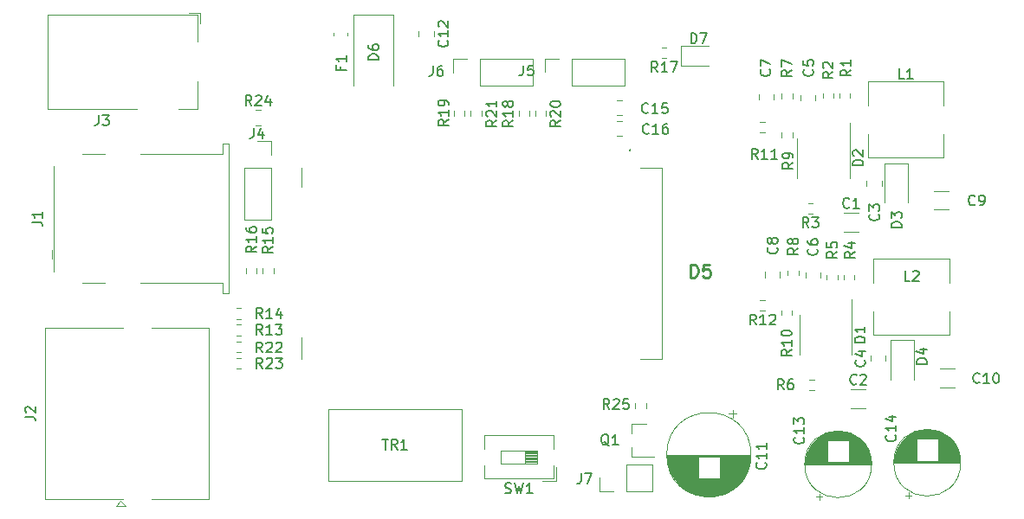
<source format=gbr>
%TF.GenerationSoftware,KiCad,Pcbnew,(5.1.7)-1*%
%TF.CreationDate,2020-11-11T14:22:04+03:00*%
%TF.ProjectId,MT7628_USB_MODEM,4d543736-3238-45f5-9553-425f4d4f4445,rev?*%
%TF.SameCoordinates,Original*%
%TF.FileFunction,Legend,Top*%
%TF.FilePolarity,Positive*%
%FSLAX46Y46*%
G04 Gerber Fmt 4.6, Leading zero omitted, Abs format (unit mm)*
G04 Created by KiCad (PCBNEW (5.1.7)-1) date 2020-11-11 14:22:04*
%MOMM*%
%LPD*%
G01*
G04 APERTURE LIST*
%ADD10C,0.120000*%
%ADD11C,0.200000*%
%ADD12C,0.100000*%
%ADD13C,0.150000*%
%ADD14C,0.254000*%
G04 APERTURE END LIST*
D10*
%TO.C,D1*%
X150217820Y-68818760D02*
X150217820Y-65368760D01*
X150217820Y-68818760D02*
X150217820Y-70768760D01*
X145097820Y-68818760D02*
X145097820Y-66868760D01*
X145097820Y-68818760D02*
X145097820Y-70768760D01*
%TO.C,D2*%
X150034940Y-51516280D02*
X150034940Y-48066280D01*
X150034940Y-51516280D02*
X150034940Y-53466280D01*
X144914940Y-51516280D02*
X144914940Y-49566280D01*
X144914940Y-51516280D02*
X144914940Y-53466280D01*
%TO.C,R25*%
X130115840Y-75987678D02*
X130115840Y-75513162D01*
X129070840Y-75987678D02*
X129070840Y-75513162D01*
%TO.C,J7*%
X125578560Y-84159400D02*
X125578560Y-82829400D01*
X126908560Y-84159400D02*
X125578560Y-84159400D01*
X128178560Y-84159400D02*
X128178560Y-81499400D01*
X128178560Y-81499400D02*
X130778560Y-81499400D01*
X128178560Y-84159400D02*
X130778560Y-84159400D01*
X130778560Y-84159400D02*
X130778560Y-81499400D01*
%TO.C,Q1*%
X128724120Y-77571480D02*
X130184120Y-77571480D01*
X128724120Y-80731480D02*
X130884120Y-80731480D01*
X128724120Y-80731480D02*
X128724120Y-79801480D01*
X128724120Y-77571480D02*
X128724120Y-78501480D01*
%TO.C,C10*%
X160265692Y-72135320D02*
X158843188Y-72135320D01*
X160265692Y-73955320D02*
X158843188Y-73955320D01*
%TO.C,C9*%
X159678952Y-54726160D02*
X158256448Y-54726160D01*
X159678952Y-56546160D02*
X158256448Y-56546160D01*
%TO.C,C2*%
X150152048Y-76000020D02*
X151574552Y-76000020D01*
X150152048Y-74180020D02*
X151574552Y-74180020D01*
%TO.C,C1*%
X149435768Y-58730560D02*
X150858272Y-58730560D01*
X149435768Y-56910560D02*
X150858272Y-56910560D01*
%TO.C,C6*%
X145731560Y-63217732D02*
X145731560Y-62695228D01*
X147201560Y-63217732D02*
X147201560Y-62695228D01*
%TO.C,J2*%
X71379300Y-84888660D02*
X71379300Y-68158660D01*
X71379300Y-84888660D02*
X78989300Y-84888660D01*
X71379300Y-68158660D02*
X78989300Y-68158660D01*
X87349300Y-84888660D02*
X87349300Y-68158660D01*
X87349300Y-84888660D02*
X81789300Y-84888660D01*
X87349300Y-68158660D02*
X81789300Y-68158660D01*
X78789300Y-85083660D02*
X79289300Y-85583660D01*
X79289300Y-85583660D02*
X78289300Y-85583660D01*
X78289300Y-85583660D02*
X78789300Y-85083660D01*
%TO.C,TR1*%
X112095280Y-83093440D02*
X112095280Y-76093440D01*
X99095280Y-83093440D02*
X112095280Y-83093440D01*
X99095280Y-76093440D02*
X99095280Y-83093440D01*
X112095280Y-76093440D02*
X99095280Y-76093440D01*
%TO.C,J4*%
X90833900Y-52445920D02*
X93493900Y-52445920D01*
X90833900Y-52445920D02*
X90833900Y-57585920D01*
X90833900Y-57585920D02*
X93493900Y-57585920D01*
X93493900Y-52445920D02*
X93493900Y-57585920D01*
X93493900Y-49845920D02*
X93493900Y-51175920D01*
X92163900Y-49845920D02*
X93493900Y-49845920D01*
%TO.C,J3*%
X86499880Y-38375900D02*
X86499880Y-37325900D01*
X85449880Y-37325900D02*
X86499880Y-37325900D01*
X80399880Y-46725900D02*
X71599880Y-46725900D01*
X71599880Y-46725900D02*
X71599880Y-37525900D01*
X86299880Y-44025900D02*
X86299880Y-46725900D01*
X86299880Y-46725900D02*
X84399880Y-46725900D01*
X71599880Y-37525900D02*
X86299880Y-37525900D01*
X86299880Y-37525900D02*
X86299880Y-40125900D01*
%TO.C,J1*%
X77240000Y-51150000D02*
X75060000Y-51150000D01*
X77240000Y-63770000D02*
X75060000Y-63770000D01*
X80740000Y-51150000D02*
X88710000Y-51150000D01*
X88710000Y-51150000D02*
X88710000Y-50150000D01*
X88710000Y-50150000D02*
X89330000Y-50150000D01*
X89330000Y-50150000D02*
X89330000Y-64770000D01*
X89330000Y-64770000D02*
X88710000Y-64770000D01*
X88710000Y-64770000D02*
X88710000Y-63770000D01*
X88710000Y-63770000D02*
X80740000Y-63770000D01*
X72210000Y-62650000D02*
X72210000Y-52270000D01*
X72060000Y-60560000D02*
X72060000Y-61360000D01*
%TO.C,R24*%
X91992076Y-48314280D02*
X92446204Y-48314280D01*
X91992076Y-46844280D02*
X92446204Y-46844280D01*
D11*
%TO.C,D5*%
X128573940Y-50721060D02*
X128573940Y-50721060D01*
X128573940Y-50821060D02*
X128573940Y-50821060D01*
X128573940Y-50721060D02*
X128573940Y-50721060D01*
D12*
X131673940Y-52471060D02*
X131673940Y-52471060D01*
X129573940Y-52471060D02*
X131673940Y-52471060D01*
X129573940Y-52471060D02*
X129573940Y-52471060D01*
X131673940Y-52471060D02*
X129573940Y-52471060D01*
X131673940Y-52471060D02*
X131673940Y-71171060D01*
X131673940Y-52471060D02*
X131673940Y-52471060D01*
X131673940Y-71171060D02*
X131673940Y-52471060D01*
X131673940Y-71171060D02*
X131673940Y-71171060D01*
X129573940Y-71171060D02*
X129573940Y-71171060D01*
X131673940Y-71171060D02*
X129573940Y-71171060D01*
X131673940Y-71171060D02*
X131673940Y-71171060D01*
X129573940Y-71171060D02*
X131673940Y-71171060D01*
X96473940Y-71171060D02*
X96473940Y-69071060D01*
X96473940Y-71171060D02*
X96473940Y-71171060D01*
X96473940Y-69071060D02*
X96473940Y-71171060D01*
X96473940Y-69071060D02*
X96473940Y-69071060D01*
X96473940Y-52471060D02*
X96473940Y-54321060D01*
X96473940Y-52471060D02*
X96473940Y-52471060D01*
X96473940Y-54321060D02*
X96473940Y-52471060D01*
X96473940Y-54321060D02*
X96473940Y-54321060D01*
D11*
X128573940Y-50821060D02*
G75*
G02*
X128573940Y-50721060I0J50000D01*
G01*
X128573940Y-50721060D02*
G75*
G02*
X128573940Y-50821060I0J-50000D01*
G01*
X128573940Y-50821060D02*
G75*
G03*
X128573940Y-50721060I0J50000D01*
G01*
D10*
%TO.C,D6*%
X101544600Y-37479960D02*
X101544600Y-44464960D01*
X105414600Y-37479960D02*
X101544600Y-37479960D01*
X105414600Y-44464960D02*
X105414600Y-37479960D01*
%TO.C,D4*%
X156331540Y-73243240D02*
X156331540Y-69358240D01*
X156331540Y-69358240D02*
X154061540Y-69358240D01*
X154061540Y-69358240D02*
X154061540Y-73243240D01*
%TO.C,D3*%
X153421460Y-52015120D02*
X153421460Y-55900120D01*
X155691460Y-52015120D02*
X153421460Y-52015120D01*
X155691460Y-55900120D02*
X155691460Y-52015120D01*
%TO.C,L2*%
X159752520Y-61405280D02*
X159752520Y-63705280D01*
X152352520Y-61405280D02*
X159752520Y-61405280D01*
X152352520Y-63705280D02*
X152352520Y-61405280D01*
X152352520Y-68805280D02*
X152352520Y-66505280D01*
X159752520Y-68805280D02*
X152352520Y-68805280D01*
X159752520Y-66505280D02*
X159752520Y-68805280D01*
%TO.C,L1*%
X159219120Y-44054540D02*
X159219120Y-46354540D01*
X151819120Y-44054540D02*
X159219120Y-44054540D01*
X151819120Y-46354540D02*
X151819120Y-44054540D01*
X151819120Y-51454540D02*
X151819120Y-49154540D01*
X159219120Y-51454540D02*
X151819120Y-51454540D01*
X159219120Y-49154540D02*
X159219120Y-51454540D01*
%TO.C,SW1*%
X121098360Y-82887080D02*
X114278360Y-82887080D01*
X121098360Y-78667080D02*
X114278360Y-78667080D01*
X121098360Y-82887080D02*
X121098360Y-81577080D01*
X121098360Y-79977080D02*
X121098360Y-78667080D01*
X114278360Y-82887080D02*
X114278360Y-81577080D01*
X114278360Y-79977080D02*
X114278360Y-78667080D01*
X121338360Y-83127080D02*
X119955360Y-83127080D01*
X121338360Y-83127080D02*
X121338360Y-81744080D01*
X119498360Y-81412080D02*
X119498360Y-80142080D01*
X119498360Y-80142080D02*
X115878360Y-80142080D01*
X115878360Y-80142080D02*
X115878360Y-81412080D01*
X115878360Y-81412080D02*
X119498360Y-81412080D01*
X119498360Y-81292080D02*
X118291693Y-81292080D01*
X119498360Y-81172080D02*
X118291693Y-81172080D01*
X119498360Y-81052080D02*
X118291693Y-81052080D01*
X119498360Y-80932080D02*
X118291693Y-80932080D01*
X119498360Y-80812080D02*
X118291693Y-80812080D01*
X119498360Y-80692080D02*
X118291693Y-80692080D01*
X119498360Y-80572080D02*
X118291693Y-80572080D01*
X119498360Y-80452080D02*
X118291693Y-80452080D01*
X119498360Y-80332080D02*
X118291693Y-80332080D01*
X119498360Y-80212080D02*
X118291693Y-80212080D01*
X118291693Y-81412080D02*
X118291693Y-80142080D01*
%TO.C,R23*%
X90552038Y-72109860D02*
X90077522Y-72109860D01*
X90552038Y-71064860D02*
X90077522Y-71064860D01*
%TO.C,R22*%
X90544418Y-70535060D02*
X90069902Y-70535060D01*
X90544418Y-69490060D02*
X90069902Y-69490060D01*
%TO.C,R19*%
X112371400Y-46891942D02*
X112371400Y-47366458D01*
X111326400Y-46891942D02*
X111326400Y-47366458D01*
%TO.C,R17*%
X132126758Y-41746700D02*
X131652242Y-41746700D01*
X132126758Y-40701700D02*
X131652242Y-40701700D01*
%TO.C,R11*%
X141268182Y-47991500D02*
X141742698Y-47991500D01*
X141268182Y-49036500D02*
X141742698Y-49036500D01*
%TO.C,R10*%
X144400800Y-66419462D02*
X144400800Y-66893978D01*
X143355800Y-66419462D02*
X143355800Y-66893978D01*
%TO.C,R9*%
X144433820Y-49005222D02*
X144433820Y-49479738D01*
X143388820Y-49005222D02*
X143388820Y-49479738D01*
%TO.C,R5*%
X147780480Y-63411638D02*
X147780480Y-62937122D01*
X148825480Y-63411638D02*
X148825480Y-62937122D01*
%TO.C,J6*%
X113901220Y-44466820D02*
X113901220Y-41806820D01*
X113901220Y-44466820D02*
X119041220Y-44466820D01*
X119041220Y-44466820D02*
X119041220Y-41806820D01*
X113901220Y-41806820D02*
X119041220Y-41806820D01*
X111301220Y-41806820D02*
X112631220Y-41806820D01*
X111301220Y-43136820D02*
X111301220Y-41806820D01*
%TO.C,J5*%
X122847100Y-44431260D02*
X122847100Y-41771260D01*
X122847100Y-44431260D02*
X127987100Y-44431260D01*
X127987100Y-44431260D02*
X127987100Y-41771260D01*
X122847100Y-41771260D02*
X127987100Y-41771260D01*
X120247100Y-41771260D02*
X121577100Y-41771260D01*
X120247100Y-43101260D02*
X120247100Y-41771260D01*
%TO.C,F1*%
X99548880Y-39535351D02*
X99548880Y-39245289D01*
X100968880Y-39535351D02*
X100968880Y-39245289D01*
%TO.C,D7*%
X136247140Y-40533440D02*
X133562140Y-40533440D01*
X133562140Y-40533440D02*
X133562140Y-42453440D01*
X133562140Y-42453440D02*
X136247140Y-42453440D01*
%TO.C,C12*%
X109386040Y-39103708D02*
X109386040Y-39626212D01*
X107916040Y-39103708D02*
X107916040Y-39626212D01*
%TO.C,C16*%
X127246748Y-49358220D02*
X127769252Y-49358220D01*
X127246748Y-47888220D02*
X127769252Y-47888220D01*
%TO.C,R21*%
X114037640Y-46891942D02*
X114037640Y-47366458D01*
X112992640Y-46891942D02*
X112992640Y-47366458D01*
%TO.C,R20*%
X120316520Y-46891942D02*
X120316520Y-47366458D01*
X119271520Y-46891942D02*
X119271520Y-47366458D01*
%TO.C,R18*%
X118701080Y-46891942D02*
X118701080Y-47366458D01*
X117656080Y-46891942D02*
X117656080Y-47366458D01*
%TO.C,R16*%
X91034340Y-62809658D02*
X91034340Y-62335142D01*
X92079340Y-62809658D02*
X92079340Y-62335142D01*
%TO.C,R15*%
X92654860Y-62809658D02*
X92654860Y-62335142D01*
X93699860Y-62809658D02*
X93699860Y-62335142D01*
%TO.C,R14*%
X90544418Y-67278780D02*
X90069902Y-67278780D01*
X90544418Y-66233780D02*
X90069902Y-66233780D01*
%TO.C,R13*%
X90069902Y-67836520D02*
X90544418Y-67836520D01*
X90069902Y-68881520D02*
X90544418Y-68881520D01*
%TO.C,R12*%
X141265642Y-65395580D02*
X141740158Y-65395580D01*
X141265642Y-66440580D02*
X141740158Y-66440580D01*
%TO.C,R8*%
X143970480Y-62993538D02*
X143970480Y-62519022D01*
X145015480Y-62993538D02*
X145015480Y-62519022D01*
%TO.C,R7*%
X143385915Y-45663638D02*
X143385915Y-45189122D01*
X144430915Y-45663638D02*
X144430915Y-45189122D01*
%TO.C,R6*%
X146536678Y-74235840D02*
X146062162Y-74235840D01*
X146536678Y-73190840D02*
X146062162Y-73190840D01*
%TO.C,R4*%
X150501880Y-62950322D02*
X150501880Y-63424838D01*
X149456880Y-62950322D02*
X149456880Y-63424838D01*
%TO.C,R3*%
X146419838Y-56953680D02*
X145945322Y-56953680D01*
X146419838Y-55908680D02*
X145945322Y-55908680D01*
%TO.C,R2*%
X147384240Y-45644338D02*
X147384240Y-45169822D01*
X148429240Y-45644338D02*
X148429240Y-45169822D01*
%TO.C,R1*%
X150082780Y-45159662D02*
X150082780Y-45634178D01*
X149037780Y-45159662D02*
X149037780Y-45634178D01*
%TO.C,C15*%
X127251828Y-45866380D02*
X127774332Y-45866380D01*
X127251828Y-47336380D02*
X127774332Y-47336380D01*
%TO.C,C14*%
X160871920Y-81340640D02*
G75*
G03*
X160871920Y-81340640I-3270000J0D01*
G01*
X154371920Y-81340640D02*
X160831920Y-81340640D01*
X154371920Y-81300640D02*
X160831920Y-81300640D01*
X154371920Y-81260640D02*
X160831920Y-81260640D01*
X154373920Y-81220640D02*
X160829920Y-81220640D01*
X154374920Y-81180640D02*
X160828920Y-81180640D01*
X154377920Y-81140640D02*
X160825920Y-81140640D01*
X154379920Y-81100640D02*
X156561920Y-81100640D01*
X158641920Y-81100640D02*
X160823920Y-81100640D01*
X154383920Y-81060640D02*
X156561920Y-81060640D01*
X158641920Y-81060640D02*
X160819920Y-81060640D01*
X154386920Y-81020640D02*
X156561920Y-81020640D01*
X158641920Y-81020640D02*
X160816920Y-81020640D01*
X154390920Y-80980640D02*
X156561920Y-80980640D01*
X158641920Y-80980640D02*
X160812920Y-80980640D01*
X154395920Y-80940640D02*
X156561920Y-80940640D01*
X158641920Y-80940640D02*
X160807920Y-80940640D01*
X154400920Y-80900640D02*
X156561920Y-80900640D01*
X158641920Y-80900640D02*
X160802920Y-80900640D01*
X154406920Y-80860640D02*
X156561920Y-80860640D01*
X158641920Y-80860640D02*
X160796920Y-80860640D01*
X154412920Y-80820640D02*
X156561920Y-80820640D01*
X158641920Y-80820640D02*
X160790920Y-80820640D01*
X154419920Y-80780640D02*
X156561920Y-80780640D01*
X158641920Y-80780640D02*
X160783920Y-80780640D01*
X154426920Y-80740640D02*
X156561920Y-80740640D01*
X158641920Y-80740640D02*
X160776920Y-80740640D01*
X154434920Y-80700640D02*
X156561920Y-80700640D01*
X158641920Y-80700640D02*
X160768920Y-80700640D01*
X154442920Y-80660640D02*
X156561920Y-80660640D01*
X158641920Y-80660640D02*
X160760920Y-80660640D01*
X154451920Y-80619640D02*
X156561920Y-80619640D01*
X158641920Y-80619640D02*
X160751920Y-80619640D01*
X154460920Y-80579640D02*
X156561920Y-80579640D01*
X158641920Y-80579640D02*
X160742920Y-80579640D01*
X154470920Y-80539640D02*
X156561920Y-80539640D01*
X158641920Y-80539640D02*
X160732920Y-80539640D01*
X154480920Y-80499640D02*
X156561920Y-80499640D01*
X158641920Y-80499640D02*
X160722920Y-80499640D01*
X154491920Y-80459640D02*
X156561920Y-80459640D01*
X158641920Y-80459640D02*
X160711920Y-80459640D01*
X154503920Y-80419640D02*
X156561920Y-80419640D01*
X158641920Y-80419640D02*
X160699920Y-80419640D01*
X154515920Y-80379640D02*
X156561920Y-80379640D01*
X158641920Y-80379640D02*
X160687920Y-80379640D01*
X154527920Y-80339640D02*
X156561920Y-80339640D01*
X158641920Y-80339640D02*
X160675920Y-80339640D01*
X154540920Y-80299640D02*
X156561920Y-80299640D01*
X158641920Y-80299640D02*
X160662920Y-80299640D01*
X154554920Y-80259640D02*
X156561920Y-80259640D01*
X158641920Y-80259640D02*
X160648920Y-80259640D01*
X154568920Y-80219640D02*
X156561920Y-80219640D01*
X158641920Y-80219640D02*
X160634920Y-80219640D01*
X154583920Y-80179640D02*
X156561920Y-80179640D01*
X158641920Y-80179640D02*
X160619920Y-80179640D01*
X154599920Y-80139640D02*
X156561920Y-80139640D01*
X158641920Y-80139640D02*
X160603920Y-80139640D01*
X154615920Y-80099640D02*
X156561920Y-80099640D01*
X158641920Y-80099640D02*
X160587920Y-80099640D01*
X154631920Y-80059640D02*
X156561920Y-80059640D01*
X158641920Y-80059640D02*
X160571920Y-80059640D01*
X154649920Y-80019640D02*
X156561920Y-80019640D01*
X158641920Y-80019640D02*
X160553920Y-80019640D01*
X154667920Y-79979640D02*
X156561920Y-79979640D01*
X158641920Y-79979640D02*
X160535920Y-79979640D01*
X154685920Y-79939640D02*
X156561920Y-79939640D01*
X158641920Y-79939640D02*
X160517920Y-79939640D01*
X154705920Y-79899640D02*
X156561920Y-79899640D01*
X158641920Y-79899640D02*
X160497920Y-79899640D01*
X154725920Y-79859640D02*
X156561920Y-79859640D01*
X158641920Y-79859640D02*
X160477920Y-79859640D01*
X154745920Y-79819640D02*
X156561920Y-79819640D01*
X158641920Y-79819640D02*
X160457920Y-79819640D01*
X154767920Y-79779640D02*
X156561920Y-79779640D01*
X158641920Y-79779640D02*
X160435920Y-79779640D01*
X154789920Y-79739640D02*
X156561920Y-79739640D01*
X158641920Y-79739640D02*
X160413920Y-79739640D01*
X154811920Y-79699640D02*
X156561920Y-79699640D01*
X158641920Y-79699640D02*
X160391920Y-79699640D01*
X154835920Y-79659640D02*
X156561920Y-79659640D01*
X158641920Y-79659640D02*
X160367920Y-79659640D01*
X154859920Y-79619640D02*
X156561920Y-79619640D01*
X158641920Y-79619640D02*
X160343920Y-79619640D01*
X154885920Y-79579640D02*
X156561920Y-79579640D01*
X158641920Y-79579640D02*
X160317920Y-79579640D01*
X154911920Y-79539640D02*
X156561920Y-79539640D01*
X158641920Y-79539640D02*
X160291920Y-79539640D01*
X154937920Y-79499640D02*
X156561920Y-79499640D01*
X158641920Y-79499640D02*
X160265920Y-79499640D01*
X154965920Y-79459640D02*
X156561920Y-79459640D01*
X158641920Y-79459640D02*
X160237920Y-79459640D01*
X154994920Y-79419640D02*
X156561920Y-79419640D01*
X158641920Y-79419640D02*
X160208920Y-79419640D01*
X155023920Y-79379640D02*
X156561920Y-79379640D01*
X158641920Y-79379640D02*
X160179920Y-79379640D01*
X155053920Y-79339640D02*
X156561920Y-79339640D01*
X158641920Y-79339640D02*
X160149920Y-79339640D01*
X155085920Y-79299640D02*
X156561920Y-79299640D01*
X158641920Y-79299640D02*
X160117920Y-79299640D01*
X155117920Y-79259640D02*
X156561920Y-79259640D01*
X158641920Y-79259640D02*
X160085920Y-79259640D01*
X155151920Y-79219640D02*
X156561920Y-79219640D01*
X158641920Y-79219640D02*
X160051920Y-79219640D01*
X155185920Y-79179640D02*
X156561920Y-79179640D01*
X158641920Y-79179640D02*
X160017920Y-79179640D01*
X155221920Y-79139640D02*
X156561920Y-79139640D01*
X158641920Y-79139640D02*
X159981920Y-79139640D01*
X155258920Y-79099640D02*
X156561920Y-79099640D01*
X158641920Y-79099640D02*
X159944920Y-79099640D01*
X155296920Y-79059640D02*
X156561920Y-79059640D01*
X158641920Y-79059640D02*
X159906920Y-79059640D01*
X155336920Y-79019640D02*
X159866920Y-79019640D01*
X155377920Y-78979640D02*
X159825920Y-78979640D01*
X155419920Y-78939640D02*
X159783920Y-78939640D01*
X155464920Y-78899640D02*
X159738920Y-78899640D01*
X155509920Y-78859640D02*
X159693920Y-78859640D01*
X155557920Y-78819640D02*
X159645920Y-78819640D01*
X155606920Y-78779640D02*
X159596920Y-78779640D01*
X155657920Y-78739640D02*
X159545920Y-78739640D01*
X155711920Y-78699640D02*
X159491920Y-78699640D01*
X155767920Y-78659640D02*
X159435920Y-78659640D01*
X155825920Y-78619640D02*
X159377920Y-78619640D01*
X155887920Y-78579640D02*
X159315920Y-78579640D01*
X155951920Y-78539640D02*
X159251920Y-78539640D01*
X156020920Y-78499640D02*
X159182920Y-78499640D01*
X156092920Y-78459640D02*
X159110920Y-78459640D01*
X156169920Y-78419640D02*
X159033920Y-78419640D01*
X156251920Y-78379640D02*
X158951920Y-78379640D01*
X156339920Y-78339640D02*
X158863920Y-78339640D01*
X156436920Y-78299640D02*
X158766920Y-78299640D01*
X156542920Y-78259640D02*
X158660920Y-78259640D01*
X156661920Y-78219640D02*
X158541920Y-78219640D01*
X156799920Y-78179640D02*
X158403920Y-78179640D01*
X156968920Y-78139640D02*
X158234920Y-78139640D01*
X157199920Y-78099640D02*
X158003920Y-78099640D01*
X155762920Y-84840881D02*
X155762920Y-84210881D01*
X155447920Y-84525881D02*
X156077920Y-84525881D01*
%TO.C,C13*%
X152167340Y-81495580D02*
G75*
G03*
X152167340Y-81495580I-3270000J0D01*
G01*
X145667340Y-81495580D02*
X152127340Y-81495580D01*
X145667340Y-81455580D02*
X152127340Y-81455580D01*
X145667340Y-81415580D02*
X152127340Y-81415580D01*
X145669340Y-81375580D02*
X152125340Y-81375580D01*
X145670340Y-81335580D02*
X152124340Y-81335580D01*
X145673340Y-81295580D02*
X152121340Y-81295580D01*
X145675340Y-81255580D02*
X147857340Y-81255580D01*
X149937340Y-81255580D02*
X152119340Y-81255580D01*
X145679340Y-81215580D02*
X147857340Y-81215580D01*
X149937340Y-81215580D02*
X152115340Y-81215580D01*
X145682340Y-81175580D02*
X147857340Y-81175580D01*
X149937340Y-81175580D02*
X152112340Y-81175580D01*
X145686340Y-81135580D02*
X147857340Y-81135580D01*
X149937340Y-81135580D02*
X152108340Y-81135580D01*
X145691340Y-81095580D02*
X147857340Y-81095580D01*
X149937340Y-81095580D02*
X152103340Y-81095580D01*
X145696340Y-81055580D02*
X147857340Y-81055580D01*
X149937340Y-81055580D02*
X152098340Y-81055580D01*
X145702340Y-81015580D02*
X147857340Y-81015580D01*
X149937340Y-81015580D02*
X152092340Y-81015580D01*
X145708340Y-80975580D02*
X147857340Y-80975580D01*
X149937340Y-80975580D02*
X152086340Y-80975580D01*
X145715340Y-80935580D02*
X147857340Y-80935580D01*
X149937340Y-80935580D02*
X152079340Y-80935580D01*
X145722340Y-80895580D02*
X147857340Y-80895580D01*
X149937340Y-80895580D02*
X152072340Y-80895580D01*
X145730340Y-80855580D02*
X147857340Y-80855580D01*
X149937340Y-80855580D02*
X152064340Y-80855580D01*
X145738340Y-80815580D02*
X147857340Y-80815580D01*
X149937340Y-80815580D02*
X152056340Y-80815580D01*
X145747340Y-80774580D02*
X147857340Y-80774580D01*
X149937340Y-80774580D02*
X152047340Y-80774580D01*
X145756340Y-80734580D02*
X147857340Y-80734580D01*
X149937340Y-80734580D02*
X152038340Y-80734580D01*
X145766340Y-80694580D02*
X147857340Y-80694580D01*
X149937340Y-80694580D02*
X152028340Y-80694580D01*
X145776340Y-80654580D02*
X147857340Y-80654580D01*
X149937340Y-80654580D02*
X152018340Y-80654580D01*
X145787340Y-80614580D02*
X147857340Y-80614580D01*
X149937340Y-80614580D02*
X152007340Y-80614580D01*
X145799340Y-80574580D02*
X147857340Y-80574580D01*
X149937340Y-80574580D02*
X151995340Y-80574580D01*
X145811340Y-80534580D02*
X147857340Y-80534580D01*
X149937340Y-80534580D02*
X151983340Y-80534580D01*
X145823340Y-80494580D02*
X147857340Y-80494580D01*
X149937340Y-80494580D02*
X151971340Y-80494580D01*
X145836340Y-80454580D02*
X147857340Y-80454580D01*
X149937340Y-80454580D02*
X151958340Y-80454580D01*
X145850340Y-80414580D02*
X147857340Y-80414580D01*
X149937340Y-80414580D02*
X151944340Y-80414580D01*
X145864340Y-80374580D02*
X147857340Y-80374580D01*
X149937340Y-80374580D02*
X151930340Y-80374580D01*
X145879340Y-80334580D02*
X147857340Y-80334580D01*
X149937340Y-80334580D02*
X151915340Y-80334580D01*
X145895340Y-80294580D02*
X147857340Y-80294580D01*
X149937340Y-80294580D02*
X151899340Y-80294580D01*
X145911340Y-80254580D02*
X147857340Y-80254580D01*
X149937340Y-80254580D02*
X151883340Y-80254580D01*
X145927340Y-80214580D02*
X147857340Y-80214580D01*
X149937340Y-80214580D02*
X151867340Y-80214580D01*
X145945340Y-80174580D02*
X147857340Y-80174580D01*
X149937340Y-80174580D02*
X151849340Y-80174580D01*
X145963340Y-80134580D02*
X147857340Y-80134580D01*
X149937340Y-80134580D02*
X151831340Y-80134580D01*
X145981340Y-80094580D02*
X147857340Y-80094580D01*
X149937340Y-80094580D02*
X151813340Y-80094580D01*
X146001340Y-80054580D02*
X147857340Y-80054580D01*
X149937340Y-80054580D02*
X151793340Y-80054580D01*
X146021340Y-80014580D02*
X147857340Y-80014580D01*
X149937340Y-80014580D02*
X151773340Y-80014580D01*
X146041340Y-79974580D02*
X147857340Y-79974580D01*
X149937340Y-79974580D02*
X151753340Y-79974580D01*
X146063340Y-79934580D02*
X147857340Y-79934580D01*
X149937340Y-79934580D02*
X151731340Y-79934580D01*
X146085340Y-79894580D02*
X147857340Y-79894580D01*
X149937340Y-79894580D02*
X151709340Y-79894580D01*
X146107340Y-79854580D02*
X147857340Y-79854580D01*
X149937340Y-79854580D02*
X151687340Y-79854580D01*
X146131340Y-79814580D02*
X147857340Y-79814580D01*
X149937340Y-79814580D02*
X151663340Y-79814580D01*
X146155340Y-79774580D02*
X147857340Y-79774580D01*
X149937340Y-79774580D02*
X151639340Y-79774580D01*
X146181340Y-79734580D02*
X147857340Y-79734580D01*
X149937340Y-79734580D02*
X151613340Y-79734580D01*
X146207340Y-79694580D02*
X147857340Y-79694580D01*
X149937340Y-79694580D02*
X151587340Y-79694580D01*
X146233340Y-79654580D02*
X147857340Y-79654580D01*
X149937340Y-79654580D02*
X151561340Y-79654580D01*
X146261340Y-79614580D02*
X147857340Y-79614580D01*
X149937340Y-79614580D02*
X151533340Y-79614580D01*
X146290340Y-79574580D02*
X147857340Y-79574580D01*
X149937340Y-79574580D02*
X151504340Y-79574580D01*
X146319340Y-79534580D02*
X147857340Y-79534580D01*
X149937340Y-79534580D02*
X151475340Y-79534580D01*
X146349340Y-79494580D02*
X147857340Y-79494580D01*
X149937340Y-79494580D02*
X151445340Y-79494580D01*
X146381340Y-79454580D02*
X147857340Y-79454580D01*
X149937340Y-79454580D02*
X151413340Y-79454580D01*
X146413340Y-79414580D02*
X147857340Y-79414580D01*
X149937340Y-79414580D02*
X151381340Y-79414580D01*
X146447340Y-79374580D02*
X147857340Y-79374580D01*
X149937340Y-79374580D02*
X151347340Y-79374580D01*
X146481340Y-79334580D02*
X147857340Y-79334580D01*
X149937340Y-79334580D02*
X151313340Y-79334580D01*
X146517340Y-79294580D02*
X147857340Y-79294580D01*
X149937340Y-79294580D02*
X151277340Y-79294580D01*
X146554340Y-79254580D02*
X147857340Y-79254580D01*
X149937340Y-79254580D02*
X151240340Y-79254580D01*
X146592340Y-79214580D02*
X147857340Y-79214580D01*
X149937340Y-79214580D02*
X151202340Y-79214580D01*
X146632340Y-79174580D02*
X151162340Y-79174580D01*
X146673340Y-79134580D02*
X151121340Y-79134580D01*
X146715340Y-79094580D02*
X151079340Y-79094580D01*
X146760340Y-79054580D02*
X151034340Y-79054580D01*
X146805340Y-79014580D02*
X150989340Y-79014580D01*
X146853340Y-78974580D02*
X150941340Y-78974580D01*
X146902340Y-78934580D02*
X150892340Y-78934580D01*
X146953340Y-78894580D02*
X150841340Y-78894580D01*
X147007340Y-78854580D02*
X150787340Y-78854580D01*
X147063340Y-78814580D02*
X150731340Y-78814580D01*
X147121340Y-78774580D02*
X150673340Y-78774580D01*
X147183340Y-78734580D02*
X150611340Y-78734580D01*
X147247340Y-78694580D02*
X150547340Y-78694580D01*
X147316340Y-78654580D02*
X150478340Y-78654580D01*
X147388340Y-78614580D02*
X150406340Y-78614580D01*
X147465340Y-78574580D02*
X150329340Y-78574580D01*
X147547340Y-78534580D02*
X150247340Y-78534580D01*
X147635340Y-78494580D02*
X150159340Y-78494580D01*
X147732340Y-78454580D02*
X150062340Y-78454580D01*
X147838340Y-78414580D02*
X149956340Y-78414580D01*
X147957340Y-78374580D02*
X149837340Y-78374580D01*
X148095340Y-78334580D02*
X149699340Y-78334580D01*
X148264340Y-78294580D02*
X149530340Y-78294580D01*
X148495340Y-78254580D02*
X149299340Y-78254580D01*
X147058340Y-84995821D02*
X147058340Y-84365821D01*
X146743340Y-84680821D02*
X147373340Y-84680821D01*
%TO.C,C11*%
X140380840Y-80564040D02*
G75*
G03*
X140380840Y-80564040I-4120000J0D01*
G01*
X140340840Y-80564040D02*
X132180840Y-80564040D01*
X140340840Y-80604040D02*
X132180840Y-80604040D01*
X140340840Y-80644040D02*
X132180840Y-80644040D01*
X140339840Y-80684040D02*
X132181840Y-80684040D01*
X140337840Y-80724040D02*
X132183840Y-80724040D01*
X140336840Y-80764040D02*
X132184840Y-80764040D01*
X140334840Y-80804040D02*
X137300840Y-80804040D01*
X135220840Y-80804040D02*
X132186840Y-80804040D01*
X140331840Y-80844040D02*
X137300840Y-80844040D01*
X135220840Y-80844040D02*
X132189840Y-80844040D01*
X140328840Y-80884040D02*
X137300840Y-80884040D01*
X135220840Y-80884040D02*
X132192840Y-80884040D01*
X140325840Y-80924040D02*
X137300840Y-80924040D01*
X135220840Y-80924040D02*
X132195840Y-80924040D01*
X140321840Y-80964040D02*
X137300840Y-80964040D01*
X135220840Y-80964040D02*
X132199840Y-80964040D01*
X140317840Y-81004040D02*
X137300840Y-81004040D01*
X135220840Y-81004040D02*
X132203840Y-81004040D01*
X140312840Y-81044040D02*
X137300840Y-81044040D01*
X135220840Y-81044040D02*
X132208840Y-81044040D01*
X140308840Y-81084040D02*
X137300840Y-81084040D01*
X135220840Y-81084040D02*
X132212840Y-81084040D01*
X140302840Y-81124040D02*
X137300840Y-81124040D01*
X135220840Y-81124040D02*
X132218840Y-81124040D01*
X140297840Y-81164040D02*
X137300840Y-81164040D01*
X135220840Y-81164040D02*
X132223840Y-81164040D01*
X140290840Y-81204040D02*
X137300840Y-81204040D01*
X135220840Y-81204040D02*
X132230840Y-81204040D01*
X140284840Y-81244040D02*
X137300840Y-81244040D01*
X135220840Y-81244040D02*
X132236840Y-81244040D01*
X140277840Y-81285040D02*
X137300840Y-81285040D01*
X135220840Y-81285040D02*
X132243840Y-81285040D01*
X140270840Y-81325040D02*
X137300840Y-81325040D01*
X135220840Y-81325040D02*
X132250840Y-81325040D01*
X140262840Y-81365040D02*
X137300840Y-81365040D01*
X135220840Y-81365040D02*
X132258840Y-81365040D01*
X140254840Y-81405040D02*
X137300840Y-81405040D01*
X135220840Y-81405040D02*
X132266840Y-81405040D01*
X140245840Y-81445040D02*
X137300840Y-81445040D01*
X135220840Y-81445040D02*
X132275840Y-81445040D01*
X140236840Y-81485040D02*
X137300840Y-81485040D01*
X135220840Y-81485040D02*
X132284840Y-81485040D01*
X140227840Y-81525040D02*
X137300840Y-81525040D01*
X135220840Y-81525040D02*
X132293840Y-81525040D01*
X140217840Y-81565040D02*
X137300840Y-81565040D01*
X135220840Y-81565040D02*
X132303840Y-81565040D01*
X140207840Y-81605040D02*
X137300840Y-81605040D01*
X135220840Y-81605040D02*
X132313840Y-81605040D01*
X140196840Y-81645040D02*
X137300840Y-81645040D01*
X135220840Y-81645040D02*
X132324840Y-81645040D01*
X140185840Y-81685040D02*
X137300840Y-81685040D01*
X135220840Y-81685040D02*
X132335840Y-81685040D01*
X140174840Y-81725040D02*
X137300840Y-81725040D01*
X135220840Y-81725040D02*
X132346840Y-81725040D01*
X140162840Y-81765040D02*
X137300840Y-81765040D01*
X135220840Y-81765040D02*
X132358840Y-81765040D01*
X140149840Y-81805040D02*
X137300840Y-81805040D01*
X135220840Y-81805040D02*
X132371840Y-81805040D01*
X140137840Y-81845040D02*
X137300840Y-81845040D01*
X135220840Y-81845040D02*
X132383840Y-81845040D01*
X140123840Y-81885040D02*
X137300840Y-81885040D01*
X135220840Y-81885040D02*
X132397840Y-81885040D01*
X140110840Y-81925040D02*
X137300840Y-81925040D01*
X135220840Y-81925040D02*
X132410840Y-81925040D01*
X140095840Y-81965040D02*
X137300840Y-81965040D01*
X135220840Y-81965040D02*
X132425840Y-81965040D01*
X140081840Y-82005040D02*
X137300840Y-82005040D01*
X135220840Y-82005040D02*
X132439840Y-82005040D01*
X140065840Y-82045040D02*
X137300840Y-82045040D01*
X135220840Y-82045040D02*
X132455840Y-82045040D01*
X140050840Y-82085040D02*
X137300840Y-82085040D01*
X135220840Y-82085040D02*
X132470840Y-82085040D01*
X140034840Y-82125040D02*
X137300840Y-82125040D01*
X135220840Y-82125040D02*
X132486840Y-82125040D01*
X140017840Y-82165040D02*
X137300840Y-82165040D01*
X135220840Y-82165040D02*
X132503840Y-82165040D01*
X140000840Y-82205040D02*
X137300840Y-82205040D01*
X135220840Y-82205040D02*
X132520840Y-82205040D01*
X139982840Y-82245040D02*
X137300840Y-82245040D01*
X135220840Y-82245040D02*
X132538840Y-82245040D01*
X139964840Y-82285040D02*
X137300840Y-82285040D01*
X135220840Y-82285040D02*
X132556840Y-82285040D01*
X139946840Y-82325040D02*
X137300840Y-82325040D01*
X135220840Y-82325040D02*
X132574840Y-82325040D01*
X139926840Y-82365040D02*
X137300840Y-82365040D01*
X135220840Y-82365040D02*
X132594840Y-82365040D01*
X139907840Y-82405040D02*
X137300840Y-82405040D01*
X135220840Y-82405040D02*
X132613840Y-82405040D01*
X139887840Y-82445040D02*
X137300840Y-82445040D01*
X135220840Y-82445040D02*
X132633840Y-82445040D01*
X139866840Y-82485040D02*
X137300840Y-82485040D01*
X135220840Y-82485040D02*
X132654840Y-82485040D01*
X139844840Y-82525040D02*
X137300840Y-82525040D01*
X135220840Y-82525040D02*
X132676840Y-82525040D01*
X139822840Y-82565040D02*
X137300840Y-82565040D01*
X135220840Y-82565040D02*
X132698840Y-82565040D01*
X139800840Y-82605040D02*
X137300840Y-82605040D01*
X135220840Y-82605040D02*
X132720840Y-82605040D01*
X139777840Y-82645040D02*
X137300840Y-82645040D01*
X135220840Y-82645040D02*
X132743840Y-82645040D01*
X139753840Y-82685040D02*
X137300840Y-82685040D01*
X135220840Y-82685040D02*
X132767840Y-82685040D01*
X139729840Y-82725040D02*
X137300840Y-82725040D01*
X135220840Y-82725040D02*
X132791840Y-82725040D01*
X139704840Y-82765040D02*
X137300840Y-82765040D01*
X135220840Y-82765040D02*
X132816840Y-82765040D01*
X139678840Y-82805040D02*
X137300840Y-82805040D01*
X135220840Y-82805040D02*
X132842840Y-82805040D01*
X139652840Y-82845040D02*
X137300840Y-82845040D01*
X135220840Y-82845040D02*
X132868840Y-82845040D01*
X139625840Y-82885040D02*
X132895840Y-82885040D01*
X139598840Y-82925040D02*
X132922840Y-82925040D01*
X139569840Y-82965040D02*
X132951840Y-82965040D01*
X139540840Y-83005040D02*
X132980840Y-83005040D01*
X139510840Y-83045040D02*
X133010840Y-83045040D01*
X139480840Y-83085040D02*
X133040840Y-83085040D01*
X139449840Y-83125040D02*
X133071840Y-83125040D01*
X139416840Y-83165040D02*
X133104840Y-83165040D01*
X139384840Y-83205040D02*
X133136840Y-83205040D01*
X139350840Y-83245040D02*
X133170840Y-83245040D01*
X139315840Y-83285040D02*
X133205840Y-83285040D01*
X139279840Y-83325040D02*
X133241840Y-83325040D01*
X139243840Y-83365040D02*
X133277840Y-83365040D01*
X139205840Y-83405040D02*
X133315840Y-83405040D01*
X139167840Y-83445040D02*
X133353840Y-83445040D01*
X139127840Y-83485040D02*
X133393840Y-83485040D01*
X139086840Y-83525040D02*
X133434840Y-83525040D01*
X139044840Y-83565040D02*
X133476840Y-83565040D01*
X139001840Y-83605040D02*
X133519840Y-83605040D01*
X138957840Y-83645040D02*
X133563840Y-83645040D01*
X138911840Y-83685040D02*
X133609840Y-83685040D01*
X138864840Y-83725040D02*
X133656840Y-83725040D01*
X138816840Y-83765040D02*
X133704840Y-83765040D01*
X138765840Y-83805040D02*
X133755840Y-83805040D01*
X138714840Y-83845040D02*
X133806840Y-83845040D01*
X138660840Y-83885040D02*
X133860840Y-83885040D01*
X138605840Y-83925040D02*
X133915840Y-83925040D01*
X138547840Y-83965040D02*
X133973840Y-83965040D01*
X138488840Y-84005040D02*
X134032840Y-84005040D01*
X138426840Y-84045040D02*
X134094840Y-84045040D01*
X138362840Y-84085040D02*
X134158840Y-84085040D01*
X138294840Y-84125040D02*
X134226840Y-84125040D01*
X138224840Y-84165040D02*
X134296840Y-84165040D01*
X138150840Y-84205040D02*
X134370840Y-84205040D01*
X138073840Y-84245040D02*
X134447840Y-84245040D01*
X137991840Y-84285040D02*
X134529840Y-84285040D01*
X137905840Y-84325040D02*
X134615840Y-84325040D01*
X137812840Y-84365040D02*
X134708840Y-84365040D01*
X137713840Y-84405040D02*
X134807840Y-84405040D01*
X137606840Y-84445040D02*
X134914840Y-84445040D01*
X137489840Y-84485040D02*
X135031840Y-84485040D01*
X137358840Y-84525040D02*
X135162840Y-84525040D01*
X137208840Y-84565040D02*
X135312840Y-84565040D01*
X137028840Y-84605040D02*
X135492840Y-84605040D01*
X136793840Y-84645040D02*
X135727840Y-84645040D01*
X138575840Y-76154342D02*
X138575840Y-76954342D01*
X138975840Y-76554342D02*
X138175840Y-76554342D01*
%TO.C,C8*%
X141736140Y-63202492D02*
X141736140Y-62679988D01*
X143206140Y-63202492D02*
X143206140Y-62679988D01*
%TO.C,C7*%
X141118920Y-45800912D02*
X141118920Y-45278408D01*
X142588920Y-45800912D02*
X142588920Y-45278408D01*
%TO.C,C5*%
X145210130Y-45907632D02*
X145210130Y-45385128D01*
X146680130Y-45907632D02*
X146680130Y-45385128D01*
%TO.C,C4*%
X153528700Y-70813068D02*
X153528700Y-71335572D01*
X152058700Y-70813068D02*
X152058700Y-71335572D01*
%TO.C,C3*%
X153135000Y-53767088D02*
X153135000Y-54289592D01*
X151665000Y-53767088D02*
X151665000Y-54289592D01*
%TO.C,D1*%
D13*
X151510200Y-69556855D02*
X150510200Y-69556855D01*
X150510200Y-69318760D01*
X150557820Y-69175902D01*
X150653058Y-69080664D01*
X150748296Y-69033045D01*
X150938772Y-68985426D01*
X151081629Y-68985426D01*
X151272105Y-69033045D01*
X151367343Y-69080664D01*
X151462581Y-69175902D01*
X151510200Y-69318760D01*
X151510200Y-69556855D01*
X151510200Y-68033045D02*
X151510200Y-68604474D01*
X151510200Y-68318760D02*
X150510200Y-68318760D01*
X150653058Y-68413998D01*
X150748296Y-68509236D01*
X150795915Y-68604474D01*
%TO.C,D2*%
X151327320Y-52254375D02*
X150327320Y-52254375D01*
X150327320Y-52016280D01*
X150374940Y-51873422D01*
X150470178Y-51778184D01*
X150565416Y-51730565D01*
X150755892Y-51682946D01*
X150898749Y-51682946D01*
X151089225Y-51730565D01*
X151184463Y-51778184D01*
X151279701Y-51873422D01*
X151327320Y-52016280D01*
X151327320Y-52254375D01*
X150422559Y-51301994D02*
X150374940Y-51254375D01*
X150327320Y-51159137D01*
X150327320Y-50921041D01*
X150374940Y-50825803D01*
X150422559Y-50778184D01*
X150517797Y-50730565D01*
X150613035Y-50730565D01*
X150755892Y-50778184D01*
X151327320Y-51349613D01*
X151327320Y-50730565D01*
%TO.C,R25*%
X126545102Y-76091040D02*
X126211769Y-75614850D01*
X125973674Y-76091040D02*
X125973674Y-75091040D01*
X126354626Y-75091040D01*
X126449864Y-75138660D01*
X126497483Y-75186279D01*
X126545102Y-75281517D01*
X126545102Y-75424374D01*
X126497483Y-75519612D01*
X126449864Y-75567231D01*
X126354626Y-75614850D01*
X125973674Y-75614850D01*
X126926055Y-75186279D02*
X126973674Y-75138660D01*
X127068912Y-75091040D01*
X127307007Y-75091040D01*
X127402245Y-75138660D01*
X127449864Y-75186279D01*
X127497483Y-75281517D01*
X127497483Y-75376755D01*
X127449864Y-75519612D01*
X126878436Y-76091040D01*
X127497483Y-76091040D01*
X128402245Y-75091040D02*
X127926055Y-75091040D01*
X127878436Y-75567231D01*
X127926055Y-75519612D01*
X128021293Y-75471993D01*
X128259388Y-75471993D01*
X128354626Y-75519612D01*
X128402245Y-75567231D01*
X128449864Y-75662469D01*
X128449864Y-75900564D01*
X128402245Y-75995802D01*
X128354626Y-76043421D01*
X128259388Y-76091040D01*
X128021293Y-76091040D01*
X127926055Y-76043421D01*
X127878436Y-75995802D01*
%TO.C,J7*%
X123755826Y-82391000D02*
X123755826Y-83105286D01*
X123708207Y-83248143D01*
X123612969Y-83343381D01*
X123470112Y-83391000D01*
X123374874Y-83391000D01*
X124136779Y-82391000D02*
X124803445Y-82391000D01*
X124374874Y-83391000D01*
%TO.C,Q1*%
X126495821Y-79676239D02*
X126400583Y-79628620D01*
X126305345Y-79533381D01*
X126162488Y-79390524D01*
X126067250Y-79342905D01*
X125972012Y-79342905D01*
X126019631Y-79581000D02*
X125924393Y-79533381D01*
X125829155Y-79438143D01*
X125781536Y-79247667D01*
X125781536Y-78914334D01*
X125829155Y-78723858D01*
X125924393Y-78628620D01*
X126019631Y-78581000D01*
X126210107Y-78581000D01*
X126305345Y-78628620D01*
X126400583Y-78723858D01*
X126448202Y-78914334D01*
X126448202Y-79247667D01*
X126400583Y-79438143D01*
X126305345Y-79533381D01*
X126210107Y-79581000D01*
X126019631Y-79581000D01*
X127400583Y-79581000D02*
X126829155Y-79581000D01*
X127114869Y-79581000D02*
X127114869Y-78581000D01*
X127019631Y-78723858D01*
X126924393Y-78819096D01*
X126829155Y-78866715D01*
%TO.C,C10*%
X162710682Y-73471042D02*
X162663063Y-73518661D01*
X162520206Y-73566280D01*
X162424968Y-73566280D01*
X162282111Y-73518661D01*
X162186873Y-73423423D01*
X162139254Y-73328185D01*
X162091635Y-73137709D01*
X162091635Y-72994852D01*
X162139254Y-72804376D01*
X162186873Y-72709138D01*
X162282111Y-72613900D01*
X162424968Y-72566280D01*
X162520206Y-72566280D01*
X162663063Y-72613900D01*
X162710682Y-72661519D01*
X163663063Y-73566280D02*
X163091635Y-73566280D01*
X163377349Y-73566280D02*
X163377349Y-72566280D01*
X163282111Y-72709138D01*
X163186873Y-72804376D01*
X163091635Y-72851995D01*
X164282111Y-72566280D02*
X164377349Y-72566280D01*
X164472587Y-72613900D01*
X164520206Y-72661519D01*
X164567825Y-72756757D01*
X164615444Y-72947233D01*
X164615444Y-73185328D01*
X164567825Y-73375804D01*
X164520206Y-73471042D01*
X164472587Y-73518661D01*
X164377349Y-73566280D01*
X164282111Y-73566280D01*
X164186873Y-73518661D01*
X164139254Y-73471042D01*
X164091635Y-73375804D01*
X164044016Y-73185328D01*
X164044016Y-72947233D01*
X164091635Y-72756757D01*
X164139254Y-72661519D01*
X164186873Y-72613900D01*
X164282111Y-72566280D01*
%TO.C,C9*%
X162263793Y-56061882D02*
X162216174Y-56109501D01*
X162073317Y-56157120D01*
X161978079Y-56157120D01*
X161835221Y-56109501D01*
X161739983Y-56014263D01*
X161692364Y-55919025D01*
X161644745Y-55728549D01*
X161644745Y-55585692D01*
X161692364Y-55395216D01*
X161739983Y-55299978D01*
X161835221Y-55204740D01*
X161978079Y-55157120D01*
X162073317Y-55157120D01*
X162216174Y-55204740D01*
X162263793Y-55252359D01*
X162739983Y-56157120D02*
X162930460Y-56157120D01*
X163025698Y-56109501D01*
X163073317Y-56061882D01*
X163168555Y-55919025D01*
X163216174Y-55728549D01*
X163216174Y-55347597D01*
X163168555Y-55252359D01*
X163120936Y-55204740D01*
X163025698Y-55157120D01*
X162835221Y-55157120D01*
X162739983Y-55204740D01*
X162692364Y-55252359D01*
X162644745Y-55347597D01*
X162644745Y-55585692D01*
X162692364Y-55680930D01*
X162739983Y-55728549D01*
X162835221Y-55776168D01*
X163025698Y-55776168D01*
X163120936Y-55728549D01*
X163168555Y-55680930D01*
X163216174Y-55585692D01*
%TO.C,C2*%
X150696633Y-73597162D02*
X150649014Y-73644781D01*
X150506157Y-73692400D01*
X150410919Y-73692400D01*
X150268061Y-73644781D01*
X150172823Y-73549543D01*
X150125204Y-73454305D01*
X150077585Y-73263829D01*
X150077585Y-73120972D01*
X150125204Y-72930496D01*
X150172823Y-72835258D01*
X150268061Y-72740020D01*
X150410919Y-72692400D01*
X150506157Y-72692400D01*
X150649014Y-72740020D01*
X150696633Y-72787639D01*
X151077585Y-72787639D02*
X151125204Y-72740020D01*
X151220442Y-72692400D01*
X151458538Y-72692400D01*
X151553776Y-72740020D01*
X151601395Y-72787639D01*
X151649014Y-72882877D01*
X151649014Y-72978115D01*
X151601395Y-73120972D01*
X151029966Y-73692400D01*
X151649014Y-73692400D01*
%TO.C,C1*%
X149980353Y-56327702D02*
X149932734Y-56375321D01*
X149789877Y-56422940D01*
X149694639Y-56422940D01*
X149551781Y-56375321D01*
X149456543Y-56280083D01*
X149408924Y-56184845D01*
X149361305Y-55994369D01*
X149361305Y-55851512D01*
X149408924Y-55661036D01*
X149456543Y-55565798D01*
X149551781Y-55470560D01*
X149694639Y-55422940D01*
X149789877Y-55422940D01*
X149932734Y-55470560D01*
X149980353Y-55518179D01*
X150932734Y-56422940D02*
X150361305Y-56422940D01*
X150647020Y-56422940D02*
X150647020Y-55422940D01*
X150551781Y-55565798D01*
X150456543Y-55661036D01*
X150361305Y-55708655D01*
%TO.C,C6*%
X146793222Y-60410386D02*
X146840841Y-60458005D01*
X146888460Y-60600862D01*
X146888460Y-60696100D01*
X146840841Y-60838958D01*
X146745603Y-60934196D01*
X146650365Y-60981815D01*
X146459889Y-61029434D01*
X146317032Y-61029434D01*
X146126556Y-60981815D01*
X146031318Y-60934196D01*
X145936080Y-60838958D01*
X145888460Y-60696100D01*
X145888460Y-60600862D01*
X145936080Y-60458005D01*
X145983699Y-60410386D01*
X145888460Y-59553243D02*
X145888460Y-59743720D01*
X145936080Y-59838958D01*
X145983699Y-59886577D01*
X146126556Y-59981815D01*
X146317032Y-60029434D01*
X146697984Y-60029434D01*
X146793222Y-59981815D01*
X146840841Y-59934196D01*
X146888460Y-59838958D01*
X146888460Y-59648481D01*
X146840841Y-59553243D01*
X146793222Y-59505624D01*
X146697984Y-59458005D01*
X146459889Y-59458005D01*
X146364651Y-59505624D01*
X146317032Y-59553243D01*
X146269413Y-59648481D01*
X146269413Y-59838958D01*
X146317032Y-59934196D01*
X146364651Y-59981815D01*
X146459889Y-60029434D01*
%TO.C,J2*%
X69441680Y-76856993D02*
X70155966Y-76856993D01*
X70298823Y-76904612D01*
X70394061Y-76999850D01*
X70441680Y-77142707D01*
X70441680Y-77237945D01*
X69536919Y-76428421D02*
X69489300Y-76380802D01*
X69441680Y-76285564D01*
X69441680Y-76047469D01*
X69489300Y-75952231D01*
X69536919Y-75904612D01*
X69632157Y-75856993D01*
X69727395Y-75856993D01*
X69870252Y-75904612D01*
X70441680Y-76476040D01*
X70441680Y-75856993D01*
%TO.C,TR1*%
X104333375Y-79045820D02*
X104904803Y-79045820D01*
X104619089Y-80045820D02*
X104619089Y-79045820D01*
X105809565Y-80045820D02*
X105476232Y-79569630D01*
X105238137Y-80045820D02*
X105238137Y-79045820D01*
X105619089Y-79045820D01*
X105714327Y-79093440D01*
X105761946Y-79141059D01*
X105809565Y-79236297D01*
X105809565Y-79379154D01*
X105761946Y-79474392D01*
X105714327Y-79522011D01*
X105619089Y-79569630D01*
X105238137Y-79569630D01*
X106761946Y-80045820D02*
X106190518Y-80045820D01*
X106476232Y-80045820D02*
X106476232Y-79045820D01*
X106380994Y-79188678D01*
X106285756Y-79283916D01*
X106190518Y-79331535D01*
%TO.C,J4*%
X91769606Y-48603920D02*
X91769606Y-49318206D01*
X91721987Y-49461063D01*
X91626749Y-49556301D01*
X91483892Y-49603920D01*
X91388654Y-49603920D01*
X92674368Y-48937254D02*
X92674368Y-49603920D01*
X92436273Y-48556301D02*
X92198178Y-49270587D01*
X92817225Y-49270587D01*
%TO.C,J3*%
X76616546Y-47328280D02*
X76616546Y-48042566D01*
X76568927Y-48185423D01*
X76473689Y-48280661D01*
X76330832Y-48328280D01*
X76235594Y-48328280D01*
X76997499Y-47328280D02*
X77616546Y-47328280D01*
X77283213Y-47709233D01*
X77426070Y-47709233D01*
X77521308Y-47756852D01*
X77568927Y-47804471D01*
X77616546Y-47899709D01*
X77616546Y-48137804D01*
X77568927Y-48233042D01*
X77521308Y-48280661D01*
X77426070Y-48328280D01*
X77140356Y-48328280D01*
X77045118Y-48280661D01*
X76997499Y-48233042D01*
%TO.C,J1*%
X70112380Y-57793333D02*
X70826666Y-57793333D01*
X70969523Y-57840952D01*
X71064761Y-57936190D01*
X71112380Y-58079047D01*
X71112380Y-58174285D01*
X71112380Y-56793333D02*
X71112380Y-57364761D01*
X71112380Y-57079047D02*
X70112380Y-57079047D01*
X70255238Y-57174285D01*
X70350476Y-57269523D01*
X70398095Y-57364761D01*
%TO.C,R24*%
X91576282Y-46381660D02*
X91242949Y-45905470D01*
X91004854Y-46381660D02*
X91004854Y-45381660D01*
X91385806Y-45381660D01*
X91481044Y-45429280D01*
X91528663Y-45476899D01*
X91576282Y-45572137D01*
X91576282Y-45714994D01*
X91528663Y-45810232D01*
X91481044Y-45857851D01*
X91385806Y-45905470D01*
X91004854Y-45905470D01*
X91957235Y-45476899D02*
X92004854Y-45429280D01*
X92100092Y-45381660D01*
X92338187Y-45381660D01*
X92433425Y-45429280D01*
X92481044Y-45476899D01*
X92528663Y-45572137D01*
X92528663Y-45667375D01*
X92481044Y-45810232D01*
X91909616Y-46381660D01*
X92528663Y-46381660D01*
X93385806Y-45714994D02*
X93385806Y-46381660D01*
X93147711Y-45334041D02*
X92909616Y-46048327D01*
X93528663Y-46048327D01*
%TO.C,D5*%
D14*
X134472559Y-63195683D02*
X134472559Y-61925683D01*
X134774940Y-61925683D01*
X134956368Y-61986160D01*
X135077320Y-62107112D01*
X135137797Y-62228064D01*
X135198273Y-62469969D01*
X135198273Y-62651398D01*
X135137797Y-62893302D01*
X135077320Y-63014255D01*
X134956368Y-63135207D01*
X134774940Y-63195683D01*
X134472559Y-63195683D01*
X136347320Y-61925683D02*
X135742559Y-61925683D01*
X135682082Y-62530445D01*
X135742559Y-62469969D01*
X135863511Y-62409493D01*
X136165892Y-62409493D01*
X136286844Y-62469969D01*
X136347320Y-62530445D01*
X136407797Y-62651398D01*
X136407797Y-62953779D01*
X136347320Y-63074731D01*
X136286844Y-63135207D01*
X136165892Y-63195683D01*
X135863511Y-63195683D01*
X135742559Y-63135207D01*
X135682082Y-63074731D01*
%TO.C,D6*%
D13*
X103982780Y-41915215D02*
X102982780Y-41915215D01*
X102982780Y-41677120D01*
X103030400Y-41534262D01*
X103125638Y-41439024D01*
X103220876Y-41391405D01*
X103411352Y-41343786D01*
X103554209Y-41343786D01*
X103744685Y-41391405D01*
X103839923Y-41439024D01*
X103935161Y-41534262D01*
X103982780Y-41677120D01*
X103982780Y-41915215D01*
X102982780Y-40486643D02*
X102982780Y-40677120D01*
X103030400Y-40772358D01*
X103078019Y-40819977D01*
X103220876Y-40915215D01*
X103411352Y-40962834D01*
X103792304Y-40962834D01*
X103887542Y-40915215D01*
X103935161Y-40867596D01*
X103982780Y-40772358D01*
X103982780Y-40581881D01*
X103935161Y-40486643D01*
X103887542Y-40439024D01*
X103792304Y-40391405D01*
X103554209Y-40391405D01*
X103458971Y-40439024D01*
X103411352Y-40486643D01*
X103363733Y-40581881D01*
X103363733Y-40772358D01*
X103411352Y-40867596D01*
X103458971Y-40915215D01*
X103554209Y-40962834D01*
%TO.C,D4*%
X157561540Y-71657435D02*
X156561540Y-71657435D01*
X156561540Y-71419340D01*
X156609160Y-71276482D01*
X156704398Y-71181244D01*
X156799636Y-71133625D01*
X156990112Y-71086006D01*
X157132969Y-71086006D01*
X157323445Y-71133625D01*
X157418683Y-71181244D01*
X157513921Y-71276482D01*
X157561540Y-71419340D01*
X157561540Y-71657435D01*
X156894874Y-70228863D02*
X157561540Y-70228863D01*
X156513921Y-70466959D02*
X157228207Y-70705054D01*
X157228207Y-70086006D01*
%TO.C,D3*%
X155097740Y-58324515D02*
X154097740Y-58324515D01*
X154097740Y-58086420D01*
X154145360Y-57943562D01*
X154240598Y-57848324D01*
X154335836Y-57800705D01*
X154526312Y-57753086D01*
X154669169Y-57753086D01*
X154859645Y-57800705D01*
X154954883Y-57848324D01*
X155050121Y-57943562D01*
X155097740Y-58086420D01*
X155097740Y-58324515D01*
X154097740Y-57419753D02*
X154097740Y-56800705D01*
X154478693Y-57134039D01*
X154478693Y-56991181D01*
X154526312Y-56895943D01*
X154573931Y-56848324D01*
X154669169Y-56800705D01*
X154907264Y-56800705D01*
X155002502Y-56848324D01*
X155050121Y-56895943D01*
X155097740Y-56991181D01*
X155097740Y-57276896D01*
X155050121Y-57372134D01*
X155002502Y-57419753D01*
%TO.C,L2*%
X155915933Y-63566300D02*
X155439742Y-63566300D01*
X155439742Y-62566300D01*
X156201647Y-62661539D02*
X156249266Y-62613920D01*
X156344504Y-62566300D01*
X156582600Y-62566300D01*
X156677838Y-62613920D01*
X156725457Y-62661539D01*
X156773076Y-62756777D01*
X156773076Y-62852015D01*
X156725457Y-62994872D01*
X156154028Y-63566300D01*
X156773076Y-63566300D01*
%TO.C,L1*%
X155352453Y-43756920D02*
X154876262Y-43756920D01*
X154876262Y-42756920D01*
X156209596Y-43756920D02*
X155638167Y-43756920D01*
X155923881Y-43756920D02*
X155923881Y-42756920D01*
X155828643Y-42899778D01*
X155733405Y-42995016D01*
X155638167Y-43042635D01*
%TO.C,SW1*%
X116355026Y-84291841D02*
X116497883Y-84339460D01*
X116735979Y-84339460D01*
X116831217Y-84291841D01*
X116878836Y-84244222D01*
X116926455Y-84148984D01*
X116926455Y-84053746D01*
X116878836Y-83958508D01*
X116831217Y-83910889D01*
X116735979Y-83863270D01*
X116545502Y-83815651D01*
X116450264Y-83768032D01*
X116402645Y-83720413D01*
X116355026Y-83625175D01*
X116355026Y-83529937D01*
X116402645Y-83434699D01*
X116450264Y-83387080D01*
X116545502Y-83339460D01*
X116783598Y-83339460D01*
X116926455Y-83387080D01*
X117259788Y-83339460D02*
X117497883Y-84339460D01*
X117688360Y-83625175D01*
X117878836Y-84339460D01*
X118116931Y-83339460D01*
X119021693Y-84339460D02*
X118450264Y-84339460D01*
X118735979Y-84339460D02*
X118735979Y-83339460D01*
X118640740Y-83482318D01*
X118545502Y-83577556D01*
X118450264Y-83625175D01*
%TO.C,R23*%
X92641182Y-72090540D02*
X92307849Y-71614350D01*
X92069754Y-72090540D02*
X92069754Y-71090540D01*
X92450706Y-71090540D01*
X92545944Y-71138160D01*
X92593563Y-71185779D01*
X92641182Y-71281017D01*
X92641182Y-71423874D01*
X92593563Y-71519112D01*
X92545944Y-71566731D01*
X92450706Y-71614350D01*
X92069754Y-71614350D01*
X93022135Y-71185779D02*
X93069754Y-71138160D01*
X93164992Y-71090540D01*
X93403087Y-71090540D01*
X93498325Y-71138160D01*
X93545944Y-71185779D01*
X93593563Y-71281017D01*
X93593563Y-71376255D01*
X93545944Y-71519112D01*
X92974516Y-72090540D01*
X93593563Y-72090540D01*
X93926897Y-71090540D02*
X94545944Y-71090540D01*
X94212611Y-71471493D01*
X94355468Y-71471493D01*
X94450706Y-71519112D01*
X94498325Y-71566731D01*
X94545944Y-71661969D01*
X94545944Y-71900064D01*
X94498325Y-71995302D01*
X94450706Y-72042921D01*
X94355468Y-72090540D01*
X94069754Y-72090540D01*
X93974516Y-72042921D01*
X93926897Y-71995302D01*
%TO.C,R22*%
X92633562Y-70541140D02*
X92300229Y-70064950D01*
X92062134Y-70541140D02*
X92062134Y-69541140D01*
X92443086Y-69541140D01*
X92538324Y-69588760D01*
X92585943Y-69636379D01*
X92633562Y-69731617D01*
X92633562Y-69874474D01*
X92585943Y-69969712D01*
X92538324Y-70017331D01*
X92443086Y-70064950D01*
X92062134Y-70064950D01*
X93014515Y-69636379D02*
X93062134Y-69588760D01*
X93157372Y-69541140D01*
X93395467Y-69541140D01*
X93490705Y-69588760D01*
X93538324Y-69636379D01*
X93585943Y-69731617D01*
X93585943Y-69826855D01*
X93538324Y-69969712D01*
X92966896Y-70541140D01*
X93585943Y-70541140D01*
X93966896Y-69636379D02*
X94014515Y-69588760D01*
X94109753Y-69541140D01*
X94347848Y-69541140D01*
X94443086Y-69588760D01*
X94490705Y-69636379D01*
X94538324Y-69731617D01*
X94538324Y-69826855D01*
X94490705Y-69969712D01*
X93919277Y-70541140D01*
X94538324Y-70541140D01*
%TO.C,R19*%
X110807760Y-47741577D02*
X110331570Y-48074910D01*
X110807760Y-48313005D02*
X109807760Y-48313005D01*
X109807760Y-47932053D01*
X109855380Y-47836815D01*
X109902999Y-47789196D01*
X109998237Y-47741577D01*
X110141094Y-47741577D01*
X110236332Y-47789196D01*
X110283951Y-47836815D01*
X110331570Y-47932053D01*
X110331570Y-48313005D01*
X110807760Y-46789196D02*
X110807760Y-47360624D01*
X110807760Y-47074910D02*
X109807760Y-47074910D01*
X109950618Y-47170148D01*
X110045856Y-47265386D01*
X110093475Y-47360624D01*
X110807760Y-46313005D02*
X110807760Y-46122529D01*
X110760141Y-46027291D01*
X110712522Y-45979672D01*
X110569665Y-45884434D01*
X110379189Y-45836815D01*
X109998237Y-45836815D01*
X109902999Y-45884434D01*
X109855380Y-45932053D01*
X109807760Y-46027291D01*
X109807760Y-46217767D01*
X109855380Y-46313005D01*
X109902999Y-46360624D01*
X109998237Y-46408243D01*
X110236332Y-46408243D01*
X110331570Y-46360624D01*
X110379189Y-46313005D01*
X110426808Y-46217767D01*
X110426808Y-46027291D01*
X110379189Y-45932053D01*
X110331570Y-45884434D01*
X110236332Y-45836815D01*
%TO.C,R17*%
X131246642Y-43106580D02*
X130913309Y-42630390D01*
X130675214Y-43106580D02*
X130675214Y-42106580D01*
X131056166Y-42106580D01*
X131151404Y-42154200D01*
X131199023Y-42201819D01*
X131246642Y-42297057D01*
X131246642Y-42439914D01*
X131199023Y-42535152D01*
X131151404Y-42582771D01*
X131056166Y-42630390D01*
X130675214Y-42630390D01*
X132199023Y-43106580D02*
X131627595Y-43106580D01*
X131913309Y-43106580D02*
X131913309Y-42106580D01*
X131818071Y-42249438D01*
X131722833Y-42344676D01*
X131627595Y-42392295D01*
X132532357Y-42106580D02*
X133199023Y-42106580D01*
X132770452Y-43106580D01*
%TO.C,R11*%
X141025642Y-51620680D02*
X140692309Y-51144490D01*
X140454214Y-51620680D02*
X140454214Y-50620680D01*
X140835166Y-50620680D01*
X140930404Y-50668300D01*
X140978023Y-50715919D01*
X141025642Y-50811157D01*
X141025642Y-50954014D01*
X140978023Y-51049252D01*
X140930404Y-51096871D01*
X140835166Y-51144490D01*
X140454214Y-51144490D01*
X141978023Y-51620680D02*
X141406595Y-51620680D01*
X141692309Y-51620680D02*
X141692309Y-50620680D01*
X141597071Y-50763538D01*
X141501833Y-50858776D01*
X141406595Y-50906395D01*
X142930404Y-51620680D02*
X142358976Y-51620680D01*
X142644690Y-51620680D02*
X142644690Y-50620680D01*
X142549452Y-50763538D01*
X142454214Y-50858776D01*
X142358976Y-50906395D01*
%TO.C,R10*%
X144330680Y-70276957D02*
X143854490Y-70610290D01*
X144330680Y-70848385D02*
X143330680Y-70848385D01*
X143330680Y-70467433D01*
X143378300Y-70372195D01*
X143425919Y-70324576D01*
X143521157Y-70276957D01*
X143664014Y-70276957D01*
X143759252Y-70324576D01*
X143806871Y-70372195D01*
X143854490Y-70467433D01*
X143854490Y-70848385D01*
X144330680Y-69324576D02*
X144330680Y-69896004D01*
X144330680Y-69610290D02*
X143330680Y-69610290D01*
X143473538Y-69705528D01*
X143568776Y-69800766D01*
X143616395Y-69896004D01*
X143330680Y-68705528D02*
X143330680Y-68610290D01*
X143378300Y-68515052D01*
X143425919Y-68467433D01*
X143521157Y-68419814D01*
X143711633Y-68372195D01*
X143949728Y-68372195D01*
X144140204Y-68419814D01*
X144235442Y-68467433D01*
X144283061Y-68515052D01*
X144330680Y-68610290D01*
X144330680Y-68705528D01*
X144283061Y-68800766D01*
X144235442Y-68848385D01*
X144140204Y-68896004D01*
X143949728Y-68943623D01*
X143711633Y-68943623D01*
X143521157Y-68896004D01*
X143425919Y-68848385D01*
X143378300Y-68800766D01*
X143330680Y-68705528D01*
%TO.C,R9*%
X144472920Y-51964886D02*
X143996730Y-52298220D01*
X144472920Y-52536315D02*
X143472920Y-52536315D01*
X143472920Y-52155362D01*
X143520540Y-52060124D01*
X143568159Y-52012505D01*
X143663397Y-51964886D01*
X143806254Y-51964886D01*
X143901492Y-52012505D01*
X143949111Y-52060124D01*
X143996730Y-52155362D01*
X143996730Y-52536315D01*
X144472920Y-51488696D02*
X144472920Y-51298220D01*
X144425301Y-51202981D01*
X144377682Y-51155362D01*
X144234825Y-51060124D01*
X144044349Y-51012505D01*
X143663397Y-51012505D01*
X143568159Y-51060124D01*
X143520540Y-51107743D01*
X143472920Y-51202981D01*
X143472920Y-51393458D01*
X143520540Y-51488696D01*
X143568159Y-51536315D01*
X143663397Y-51583934D01*
X143901492Y-51583934D01*
X143996730Y-51536315D01*
X144044349Y-51488696D01*
X144091968Y-51393458D01*
X144091968Y-51202981D01*
X144044349Y-51107743D01*
X143996730Y-51060124D01*
X143901492Y-51012505D01*
%TO.C,R5*%
X148793460Y-60671006D02*
X148317270Y-61004340D01*
X148793460Y-61242435D02*
X147793460Y-61242435D01*
X147793460Y-60861482D01*
X147841080Y-60766244D01*
X147888699Y-60718625D01*
X147983937Y-60671006D01*
X148126794Y-60671006D01*
X148222032Y-60718625D01*
X148269651Y-60766244D01*
X148317270Y-60861482D01*
X148317270Y-61242435D01*
X147793460Y-59766244D02*
X147793460Y-60242435D01*
X148269651Y-60290054D01*
X148222032Y-60242435D01*
X148174413Y-60147197D01*
X148174413Y-59909101D01*
X148222032Y-59813863D01*
X148269651Y-59766244D01*
X148364889Y-59718625D01*
X148602984Y-59718625D01*
X148698222Y-59766244D01*
X148745841Y-59813863D01*
X148793460Y-59909101D01*
X148793460Y-60147197D01*
X148745841Y-60242435D01*
X148698222Y-60290054D01*
%TO.C,J6*%
X109282906Y-42487600D02*
X109282906Y-43201886D01*
X109235287Y-43344743D01*
X109140049Y-43439981D01*
X108997192Y-43487600D01*
X108901954Y-43487600D01*
X110187668Y-42487600D02*
X109997192Y-42487600D01*
X109901954Y-42535220D01*
X109854335Y-42582839D01*
X109759097Y-42725696D01*
X109711478Y-42916172D01*
X109711478Y-43297124D01*
X109759097Y-43392362D01*
X109806716Y-43439981D01*
X109901954Y-43487600D01*
X110092430Y-43487600D01*
X110187668Y-43439981D01*
X110235287Y-43392362D01*
X110282906Y-43297124D01*
X110282906Y-43059029D01*
X110235287Y-42963791D01*
X110187668Y-42916172D01*
X110092430Y-42868553D01*
X109901954Y-42868553D01*
X109806716Y-42916172D01*
X109759097Y-42963791D01*
X109711478Y-43059029D01*
%TO.C,J5*%
X118111946Y-42446960D02*
X118111946Y-43161246D01*
X118064327Y-43304103D01*
X117969089Y-43399341D01*
X117826232Y-43446960D01*
X117730994Y-43446960D01*
X119064327Y-42446960D02*
X118588137Y-42446960D01*
X118540518Y-42923151D01*
X118588137Y-42875532D01*
X118683375Y-42827913D01*
X118921470Y-42827913D01*
X119016708Y-42875532D01*
X119064327Y-42923151D01*
X119111946Y-43018389D01*
X119111946Y-43256484D01*
X119064327Y-43351722D01*
X119016708Y-43399341D01*
X118921470Y-43446960D01*
X118683375Y-43446960D01*
X118588137Y-43399341D01*
X118540518Y-43351722D01*
%TO.C,F1*%
X100283971Y-42553213D02*
X100283971Y-42886546D01*
X100807780Y-42886546D02*
X99807780Y-42886546D01*
X99807780Y-42410356D01*
X100807780Y-41505594D02*
X100807780Y-42077022D01*
X100807780Y-41791308D02*
X99807780Y-41791308D01*
X99950638Y-41886546D01*
X100045876Y-41981784D01*
X100093495Y-42077022D01*
%TO.C,D7*%
X134509044Y-40295820D02*
X134509044Y-39295820D01*
X134747140Y-39295820D01*
X134889997Y-39343440D01*
X134985235Y-39438678D01*
X135032854Y-39533916D01*
X135080473Y-39724392D01*
X135080473Y-39867249D01*
X135032854Y-40057725D01*
X134985235Y-40152963D01*
X134889997Y-40248201D01*
X134747140Y-40295820D01*
X134509044Y-40295820D01*
X135413806Y-39295820D02*
X136080473Y-39295820D01*
X135651901Y-40295820D01*
%TO.C,C12*%
X110688182Y-40007817D02*
X110735801Y-40055436D01*
X110783420Y-40198293D01*
X110783420Y-40293531D01*
X110735801Y-40436388D01*
X110640563Y-40531626D01*
X110545325Y-40579245D01*
X110354849Y-40626864D01*
X110211992Y-40626864D01*
X110021516Y-40579245D01*
X109926278Y-40531626D01*
X109831040Y-40436388D01*
X109783420Y-40293531D01*
X109783420Y-40198293D01*
X109831040Y-40055436D01*
X109878659Y-40007817D01*
X110783420Y-39055436D02*
X110783420Y-39626864D01*
X110783420Y-39341150D02*
X109783420Y-39341150D01*
X109926278Y-39436388D01*
X110021516Y-39531626D01*
X110069135Y-39626864D01*
X109878659Y-38674483D02*
X109831040Y-38626864D01*
X109783420Y-38531626D01*
X109783420Y-38293531D01*
X109831040Y-38198293D01*
X109878659Y-38150674D01*
X109973897Y-38103055D01*
X110069135Y-38103055D01*
X110211992Y-38150674D01*
X110783420Y-38722102D01*
X110783420Y-38103055D01*
%TO.C,C16*%
X130398322Y-49064182D02*
X130350703Y-49111801D01*
X130207846Y-49159420D01*
X130112608Y-49159420D01*
X129969751Y-49111801D01*
X129874513Y-49016563D01*
X129826894Y-48921325D01*
X129779275Y-48730849D01*
X129779275Y-48587992D01*
X129826894Y-48397516D01*
X129874513Y-48302278D01*
X129969751Y-48207040D01*
X130112608Y-48159420D01*
X130207846Y-48159420D01*
X130350703Y-48207040D01*
X130398322Y-48254659D01*
X131350703Y-49159420D02*
X130779275Y-49159420D01*
X131064989Y-49159420D02*
X131064989Y-48159420D01*
X130969751Y-48302278D01*
X130874513Y-48397516D01*
X130779275Y-48445135D01*
X132207846Y-48159420D02*
X132017370Y-48159420D01*
X131922132Y-48207040D01*
X131874513Y-48254659D01*
X131779275Y-48397516D01*
X131731656Y-48587992D01*
X131731656Y-48968944D01*
X131779275Y-49064182D01*
X131826894Y-49111801D01*
X131922132Y-49159420D01*
X132112608Y-49159420D01*
X132207846Y-49111801D01*
X132255465Y-49064182D01*
X132303084Y-48968944D01*
X132303084Y-48730849D01*
X132255465Y-48635611D01*
X132207846Y-48587992D01*
X132112608Y-48540373D01*
X131922132Y-48540373D01*
X131826894Y-48587992D01*
X131779275Y-48635611D01*
X131731656Y-48730849D01*
%TO.C,R21*%
X115519460Y-47836057D02*
X115043270Y-48169390D01*
X115519460Y-48407485D02*
X114519460Y-48407485D01*
X114519460Y-48026533D01*
X114567080Y-47931295D01*
X114614699Y-47883676D01*
X114709937Y-47836057D01*
X114852794Y-47836057D01*
X114948032Y-47883676D01*
X114995651Y-47931295D01*
X115043270Y-48026533D01*
X115043270Y-48407485D01*
X114614699Y-47455104D02*
X114567080Y-47407485D01*
X114519460Y-47312247D01*
X114519460Y-47074152D01*
X114567080Y-46978914D01*
X114614699Y-46931295D01*
X114709937Y-46883676D01*
X114805175Y-46883676D01*
X114948032Y-46931295D01*
X115519460Y-47502723D01*
X115519460Y-46883676D01*
X115519460Y-45931295D02*
X115519460Y-46502723D01*
X115519460Y-46217009D02*
X114519460Y-46217009D01*
X114662318Y-46312247D01*
X114757556Y-46407485D01*
X114805175Y-46502723D01*
%TO.C,R20*%
X121762780Y-47843677D02*
X121286590Y-48177010D01*
X121762780Y-48415105D02*
X120762780Y-48415105D01*
X120762780Y-48034153D01*
X120810400Y-47938915D01*
X120858019Y-47891296D01*
X120953257Y-47843677D01*
X121096114Y-47843677D01*
X121191352Y-47891296D01*
X121238971Y-47938915D01*
X121286590Y-48034153D01*
X121286590Y-48415105D01*
X120858019Y-47462724D02*
X120810400Y-47415105D01*
X120762780Y-47319867D01*
X120762780Y-47081772D01*
X120810400Y-46986534D01*
X120858019Y-46938915D01*
X120953257Y-46891296D01*
X121048495Y-46891296D01*
X121191352Y-46938915D01*
X121762780Y-47510343D01*
X121762780Y-46891296D01*
X120762780Y-46272248D02*
X120762780Y-46177010D01*
X120810400Y-46081772D01*
X120858019Y-46034153D01*
X120953257Y-45986534D01*
X121143733Y-45938915D01*
X121381828Y-45938915D01*
X121572304Y-45986534D01*
X121667542Y-46034153D01*
X121715161Y-46081772D01*
X121762780Y-46177010D01*
X121762780Y-46272248D01*
X121715161Y-46367486D01*
X121667542Y-46415105D01*
X121572304Y-46462724D01*
X121381828Y-46510343D01*
X121143733Y-46510343D01*
X120953257Y-46462724D01*
X120858019Y-46415105D01*
X120810400Y-46367486D01*
X120762780Y-46272248D01*
%TO.C,R18*%
X117127280Y-47843677D02*
X116651090Y-48177010D01*
X117127280Y-48415105D02*
X116127280Y-48415105D01*
X116127280Y-48034153D01*
X116174900Y-47938915D01*
X116222519Y-47891296D01*
X116317757Y-47843677D01*
X116460614Y-47843677D01*
X116555852Y-47891296D01*
X116603471Y-47938915D01*
X116651090Y-48034153D01*
X116651090Y-48415105D01*
X117127280Y-46891296D02*
X117127280Y-47462724D01*
X117127280Y-47177010D02*
X116127280Y-47177010D01*
X116270138Y-47272248D01*
X116365376Y-47367486D01*
X116412995Y-47462724D01*
X116555852Y-46319867D02*
X116508233Y-46415105D01*
X116460614Y-46462724D01*
X116365376Y-46510343D01*
X116317757Y-46510343D01*
X116222519Y-46462724D01*
X116174900Y-46415105D01*
X116127280Y-46319867D01*
X116127280Y-46129391D01*
X116174900Y-46034153D01*
X116222519Y-45986534D01*
X116317757Y-45938915D01*
X116365376Y-45938915D01*
X116460614Y-45986534D01*
X116508233Y-46034153D01*
X116555852Y-46129391D01*
X116555852Y-46319867D01*
X116603471Y-46415105D01*
X116651090Y-46462724D01*
X116746328Y-46510343D01*
X116936804Y-46510343D01*
X117032042Y-46462724D01*
X117079661Y-46415105D01*
X117127280Y-46319867D01*
X117127280Y-46129391D01*
X117079661Y-46034153D01*
X117032042Y-45986534D01*
X116936804Y-45938915D01*
X116746328Y-45938915D01*
X116651090Y-45986534D01*
X116603471Y-46034153D01*
X116555852Y-46129391D01*
%TO.C,R16*%
X92027000Y-60149977D02*
X91550810Y-60483310D01*
X92027000Y-60721405D02*
X91027000Y-60721405D01*
X91027000Y-60340453D01*
X91074620Y-60245215D01*
X91122239Y-60197596D01*
X91217477Y-60149977D01*
X91360334Y-60149977D01*
X91455572Y-60197596D01*
X91503191Y-60245215D01*
X91550810Y-60340453D01*
X91550810Y-60721405D01*
X92027000Y-59197596D02*
X92027000Y-59769024D01*
X92027000Y-59483310D02*
X91027000Y-59483310D01*
X91169858Y-59578548D01*
X91265096Y-59673786D01*
X91312715Y-59769024D01*
X91027000Y-58340453D02*
X91027000Y-58530929D01*
X91074620Y-58626167D01*
X91122239Y-58673786D01*
X91265096Y-58769024D01*
X91455572Y-58816643D01*
X91836524Y-58816643D01*
X91931762Y-58769024D01*
X91979381Y-58721405D01*
X92027000Y-58626167D01*
X92027000Y-58435691D01*
X91979381Y-58340453D01*
X91931762Y-58292834D01*
X91836524Y-58245215D01*
X91598429Y-58245215D01*
X91503191Y-58292834D01*
X91455572Y-58340453D01*
X91407953Y-58435691D01*
X91407953Y-58626167D01*
X91455572Y-58721405D01*
X91503191Y-58769024D01*
X91598429Y-58816643D01*
%TO.C,R15*%
X93627200Y-60220597D02*
X93151010Y-60553930D01*
X93627200Y-60792025D02*
X92627200Y-60792025D01*
X92627200Y-60411073D01*
X92674820Y-60315835D01*
X92722439Y-60268216D01*
X92817677Y-60220597D01*
X92960534Y-60220597D01*
X93055772Y-60268216D01*
X93103391Y-60315835D01*
X93151010Y-60411073D01*
X93151010Y-60792025D01*
X93627200Y-59268216D02*
X93627200Y-59839644D01*
X93627200Y-59553930D02*
X92627200Y-59553930D01*
X92770058Y-59649168D01*
X92865296Y-59744406D01*
X92912915Y-59839644D01*
X92627200Y-58363454D02*
X92627200Y-58839644D01*
X93103391Y-58887263D01*
X93055772Y-58839644D01*
X93008153Y-58744406D01*
X93008153Y-58506311D01*
X93055772Y-58411073D01*
X93103391Y-58363454D01*
X93198629Y-58315835D01*
X93436724Y-58315835D01*
X93531962Y-58363454D01*
X93579581Y-58411073D01*
X93627200Y-58506311D01*
X93627200Y-58744406D01*
X93579581Y-58839644D01*
X93531962Y-58887263D01*
%TO.C,R14*%
X92633562Y-67208660D02*
X92300229Y-66732470D01*
X92062134Y-67208660D02*
X92062134Y-66208660D01*
X92443086Y-66208660D01*
X92538324Y-66256280D01*
X92585943Y-66303899D01*
X92633562Y-66399137D01*
X92633562Y-66541994D01*
X92585943Y-66637232D01*
X92538324Y-66684851D01*
X92443086Y-66732470D01*
X92062134Y-66732470D01*
X93585943Y-67208660D02*
X93014515Y-67208660D01*
X93300229Y-67208660D02*
X93300229Y-66208660D01*
X93204991Y-66351518D01*
X93109753Y-66446756D01*
X93014515Y-66494375D01*
X94443086Y-66541994D02*
X94443086Y-67208660D01*
X94204991Y-66161041D02*
X93966896Y-66875327D01*
X94585943Y-66875327D01*
%TO.C,R13*%
X92633562Y-68811400D02*
X92300229Y-68335210D01*
X92062134Y-68811400D02*
X92062134Y-67811400D01*
X92443086Y-67811400D01*
X92538324Y-67859020D01*
X92585943Y-67906639D01*
X92633562Y-68001877D01*
X92633562Y-68144734D01*
X92585943Y-68239972D01*
X92538324Y-68287591D01*
X92443086Y-68335210D01*
X92062134Y-68335210D01*
X93585943Y-68811400D02*
X93014515Y-68811400D01*
X93300229Y-68811400D02*
X93300229Y-67811400D01*
X93204991Y-67954258D01*
X93109753Y-68049496D01*
X93014515Y-68097115D01*
X93919277Y-67811400D02*
X94538324Y-67811400D01*
X94204991Y-68192353D01*
X94347848Y-68192353D01*
X94443086Y-68239972D01*
X94490705Y-68287591D01*
X94538324Y-68382829D01*
X94538324Y-68620924D01*
X94490705Y-68716162D01*
X94443086Y-68763781D01*
X94347848Y-68811400D01*
X94062134Y-68811400D01*
X93966896Y-68763781D01*
X93919277Y-68716162D01*
%TO.C,R12*%
X140870702Y-67843660D02*
X140537369Y-67367470D01*
X140299274Y-67843660D02*
X140299274Y-66843660D01*
X140680226Y-66843660D01*
X140775464Y-66891280D01*
X140823083Y-66938899D01*
X140870702Y-67034137D01*
X140870702Y-67176994D01*
X140823083Y-67272232D01*
X140775464Y-67319851D01*
X140680226Y-67367470D01*
X140299274Y-67367470D01*
X141823083Y-67843660D02*
X141251655Y-67843660D01*
X141537369Y-67843660D02*
X141537369Y-66843660D01*
X141442131Y-66986518D01*
X141346893Y-67081756D01*
X141251655Y-67129375D01*
X142204036Y-66938899D02*
X142251655Y-66891280D01*
X142346893Y-66843660D01*
X142584988Y-66843660D01*
X142680226Y-66891280D01*
X142727845Y-66938899D01*
X142775464Y-67034137D01*
X142775464Y-67129375D01*
X142727845Y-67272232D01*
X142156417Y-67843660D01*
X142775464Y-67843660D01*
%TO.C,R8*%
X144986000Y-60334186D02*
X144509810Y-60667520D01*
X144986000Y-60905615D02*
X143986000Y-60905615D01*
X143986000Y-60524662D01*
X144033620Y-60429424D01*
X144081239Y-60381805D01*
X144176477Y-60334186D01*
X144319334Y-60334186D01*
X144414572Y-60381805D01*
X144462191Y-60429424D01*
X144509810Y-60524662D01*
X144509810Y-60905615D01*
X144414572Y-59762758D02*
X144366953Y-59857996D01*
X144319334Y-59905615D01*
X144224096Y-59953234D01*
X144176477Y-59953234D01*
X144081239Y-59905615D01*
X144033620Y-59857996D01*
X143986000Y-59762758D01*
X143986000Y-59572281D01*
X144033620Y-59477043D01*
X144081239Y-59429424D01*
X144176477Y-59381805D01*
X144224096Y-59381805D01*
X144319334Y-59429424D01*
X144366953Y-59477043D01*
X144414572Y-59572281D01*
X144414572Y-59762758D01*
X144462191Y-59857996D01*
X144509810Y-59905615D01*
X144605048Y-59953234D01*
X144795524Y-59953234D01*
X144890762Y-59905615D01*
X144938381Y-59857996D01*
X144986000Y-59762758D01*
X144986000Y-59572281D01*
X144938381Y-59477043D01*
X144890762Y-59429424D01*
X144795524Y-59381805D01*
X144605048Y-59381805D01*
X144509810Y-59429424D01*
X144462191Y-59477043D01*
X144414572Y-59572281D01*
%TO.C,R7*%
X144345555Y-42923006D02*
X143869365Y-43256340D01*
X144345555Y-43494435D02*
X143345555Y-43494435D01*
X143345555Y-43113482D01*
X143393175Y-43018244D01*
X143440794Y-42970625D01*
X143536032Y-42923006D01*
X143678889Y-42923006D01*
X143774127Y-42970625D01*
X143821746Y-43018244D01*
X143869365Y-43113482D01*
X143869365Y-43494435D01*
X143345555Y-42589673D02*
X143345555Y-41923006D01*
X144345555Y-42351578D01*
%TO.C,R6*%
X143566853Y-74175880D02*
X143233520Y-73699690D01*
X142995424Y-74175880D02*
X142995424Y-73175880D01*
X143376377Y-73175880D01*
X143471615Y-73223500D01*
X143519234Y-73271119D01*
X143566853Y-73366357D01*
X143566853Y-73509214D01*
X143519234Y-73604452D01*
X143471615Y-73652071D01*
X143376377Y-73699690D01*
X142995424Y-73699690D01*
X144423996Y-73175880D02*
X144233520Y-73175880D01*
X144138281Y-73223500D01*
X144090662Y-73271119D01*
X143995424Y-73413976D01*
X143947805Y-73604452D01*
X143947805Y-73985404D01*
X143995424Y-74080642D01*
X144043043Y-74128261D01*
X144138281Y-74175880D01*
X144328758Y-74175880D01*
X144423996Y-74128261D01*
X144471615Y-74080642D01*
X144519234Y-73985404D01*
X144519234Y-73747309D01*
X144471615Y-73652071D01*
X144423996Y-73604452D01*
X144328758Y-73556833D01*
X144138281Y-73556833D01*
X144043043Y-73604452D01*
X143995424Y-73652071D01*
X143947805Y-73747309D01*
%TO.C,R4*%
X150523200Y-60700446D02*
X150047010Y-61033780D01*
X150523200Y-61271875D02*
X149523200Y-61271875D01*
X149523200Y-60890922D01*
X149570820Y-60795684D01*
X149618439Y-60748065D01*
X149713677Y-60700446D01*
X149856534Y-60700446D01*
X149951772Y-60748065D01*
X149999391Y-60795684D01*
X150047010Y-60890922D01*
X150047010Y-61271875D01*
X149856534Y-59843303D02*
X150523200Y-59843303D01*
X149475581Y-60081399D02*
X150189867Y-60319494D01*
X150189867Y-59700446D01*
%TO.C,R3*%
X146015913Y-58313560D02*
X145682580Y-57837370D01*
X145444484Y-58313560D02*
X145444484Y-57313560D01*
X145825437Y-57313560D01*
X145920675Y-57361180D01*
X145968294Y-57408799D01*
X146015913Y-57504037D01*
X146015913Y-57646894D01*
X145968294Y-57742132D01*
X145920675Y-57789751D01*
X145825437Y-57837370D01*
X145444484Y-57837370D01*
X146349246Y-57313560D02*
X146968294Y-57313560D01*
X146634960Y-57694513D01*
X146777818Y-57694513D01*
X146873056Y-57742132D01*
X146920675Y-57789751D01*
X146968294Y-57884989D01*
X146968294Y-58123084D01*
X146920675Y-58218322D01*
X146873056Y-58265941D01*
X146777818Y-58313560D01*
X146492103Y-58313560D01*
X146396865Y-58265941D01*
X146349246Y-58218322D01*
%TO.C,R2*%
X148384520Y-43088606D02*
X147908330Y-43421940D01*
X148384520Y-43660035D02*
X147384520Y-43660035D01*
X147384520Y-43279082D01*
X147432140Y-43183844D01*
X147479759Y-43136225D01*
X147574997Y-43088606D01*
X147717854Y-43088606D01*
X147813092Y-43136225D01*
X147860711Y-43183844D01*
X147908330Y-43279082D01*
X147908330Y-43660035D01*
X147479759Y-42707654D02*
X147432140Y-42660035D01*
X147384520Y-42564797D01*
X147384520Y-42326701D01*
X147432140Y-42231463D01*
X147479759Y-42183844D01*
X147574997Y-42136225D01*
X147670235Y-42136225D01*
X147813092Y-42183844D01*
X148384520Y-42755273D01*
X148384520Y-42136225D01*
%TO.C,R1*%
X150149820Y-42883886D02*
X149673630Y-43217220D01*
X150149820Y-43455315D02*
X149149820Y-43455315D01*
X149149820Y-43074362D01*
X149197440Y-42979124D01*
X149245059Y-42931505D01*
X149340297Y-42883886D01*
X149483154Y-42883886D01*
X149578392Y-42931505D01*
X149626011Y-42979124D01*
X149673630Y-43074362D01*
X149673630Y-43455315D01*
X150149820Y-41931505D02*
X150149820Y-42502934D01*
X150149820Y-42217220D02*
X149149820Y-42217220D01*
X149292678Y-42312458D01*
X149387916Y-42407696D01*
X149435535Y-42502934D01*
%TO.C,C15*%
X130332242Y-47039802D02*
X130284623Y-47087421D01*
X130141766Y-47135040D01*
X130046528Y-47135040D01*
X129903671Y-47087421D01*
X129808433Y-46992183D01*
X129760814Y-46896945D01*
X129713195Y-46706469D01*
X129713195Y-46563612D01*
X129760814Y-46373136D01*
X129808433Y-46277898D01*
X129903671Y-46182660D01*
X130046528Y-46135040D01*
X130141766Y-46135040D01*
X130284623Y-46182660D01*
X130332242Y-46230279D01*
X131284623Y-47135040D02*
X130713195Y-47135040D01*
X130998909Y-47135040D02*
X130998909Y-46135040D01*
X130903671Y-46277898D01*
X130808433Y-46373136D01*
X130713195Y-46420755D01*
X132189385Y-46135040D02*
X131713195Y-46135040D01*
X131665576Y-46611231D01*
X131713195Y-46563612D01*
X131808433Y-46515993D01*
X132046528Y-46515993D01*
X132141766Y-46563612D01*
X132189385Y-46611231D01*
X132237004Y-46706469D01*
X132237004Y-46944564D01*
X132189385Y-47039802D01*
X132141766Y-47087421D01*
X132046528Y-47135040D01*
X131808433Y-47135040D01*
X131713195Y-47087421D01*
X131665576Y-47039802D01*
%TO.C,C14*%
X154456402Y-78636097D02*
X154504021Y-78683716D01*
X154551640Y-78826573D01*
X154551640Y-78921811D01*
X154504021Y-79064668D01*
X154408783Y-79159906D01*
X154313545Y-79207525D01*
X154123069Y-79255144D01*
X153980212Y-79255144D01*
X153789736Y-79207525D01*
X153694498Y-79159906D01*
X153599260Y-79064668D01*
X153551640Y-78921811D01*
X153551640Y-78826573D01*
X153599260Y-78683716D01*
X153646879Y-78636097D01*
X154551640Y-77683716D02*
X154551640Y-78255144D01*
X154551640Y-77969430D02*
X153551640Y-77969430D01*
X153694498Y-78064668D01*
X153789736Y-78159906D01*
X153837355Y-78255144D01*
X153884974Y-76826573D02*
X154551640Y-76826573D01*
X153504021Y-77064668D02*
X154218307Y-77302763D01*
X154218307Y-76683716D01*
%TO.C,C13*%
X145474962Y-78859617D02*
X145522581Y-78907236D01*
X145570200Y-79050093D01*
X145570200Y-79145331D01*
X145522581Y-79288188D01*
X145427343Y-79383426D01*
X145332105Y-79431045D01*
X145141629Y-79478664D01*
X144998772Y-79478664D01*
X144808296Y-79431045D01*
X144713058Y-79383426D01*
X144617820Y-79288188D01*
X144570200Y-79145331D01*
X144570200Y-79050093D01*
X144617820Y-78907236D01*
X144665439Y-78859617D01*
X145570200Y-77907236D02*
X145570200Y-78478664D01*
X145570200Y-78192950D02*
X144570200Y-78192950D01*
X144713058Y-78288188D01*
X144808296Y-78383426D01*
X144855915Y-78478664D01*
X144570200Y-77573902D02*
X144570200Y-76954855D01*
X144951153Y-77288188D01*
X144951153Y-77145331D01*
X144998772Y-77050093D01*
X145046391Y-77002474D01*
X145141629Y-76954855D01*
X145379724Y-76954855D01*
X145474962Y-77002474D01*
X145522581Y-77050093D01*
X145570200Y-77145331D01*
X145570200Y-77431045D01*
X145522581Y-77526283D01*
X145474962Y-77573902D01*
%TO.C,C11*%
X141784342Y-81333577D02*
X141831961Y-81381196D01*
X141879580Y-81524053D01*
X141879580Y-81619291D01*
X141831961Y-81762148D01*
X141736723Y-81857386D01*
X141641485Y-81905005D01*
X141451009Y-81952624D01*
X141308152Y-81952624D01*
X141117676Y-81905005D01*
X141022438Y-81857386D01*
X140927200Y-81762148D01*
X140879580Y-81619291D01*
X140879580Y-81524053D01*
X140927200Y-81381196D01*
X140974819Y-81333577D01*
X141879580Y-80381196D02*
X141879580Y-80952624D01*
X141879580Y-80666910D02*
X140879580Y-80666910D01*
X141022438Y-80762148D01*
X141117676Y-80857386D01*
X141165295Y-80952624D01*
X141879580Y-79428815D02*
X141879580Y-80000243D01*
X141879580Y-79714529D02*
X140879580Y-79714529D01*
X141022438Y-79809767D01*
X141117676Y-79905005D01*
X141165295Y-80000243D01*
%TO.C,C8*%
X142886702Y-60273226D02*
X142934321Y-60320845D01*
X142981940Y-60463702D01*
X142981940Y-60558940D01*
X142934321Y-60701798D01*
X142839083Y-60797036D01*
X142743845Y-60844655D01*
X142553369Y-60892274D01*
X142410512Y-60892274D01*
X142220036Y-60844655D01*
X142124798Y-60797036D01*
X142029560Y-60701798D01*
X141981940Y-60558940D01*
X141981940Y-60463702D01*
X142029560Y-60320845D01*
X142077179Y-60273226D01*
X142410512Y-59701798D02*
X142362893Y-59797036D01*
X142315274Y-59844655D01*
X142220036Y-59892274D01*
X142172417Y-59892274D01*
X142077179Y-59844655D01*
X142029560Y-59797036D01*
X141981940Y-59701798D01*
X141981940Y-59511321D01*
X142029560Y-59416083D01*
X142077179Y-59368464D01*
X142172417Y-59320845D01*
X142220036Y-59320845D01*
X142315274Y-59368464D01*
X142362893Y-59416083D01*
X142410512Y-59511321D01*
X142410512Y-59701798D01*
X142458131Y-59797036D01*
X142505750Y-59844655D01*
X142600988Y-59892274D01*
X142791464Y-59892274D01*
X142886702Y-59844655D01*
X142934321Y-59797036D01*
X142981940Y-59701798D01*
X142981940Y-59511321D01*
X142934321Y-59416083D01*
X142886702Y-59368464D01*
X142791464Y-59320845D01*
X142600988Y-59320845D01*
X142505750Y-59368464D01*
X142458131Y-59416083D01*
X142410512Y-59511321D01*
%TO.C,C7*%
X142193282Y-42853946D02*
X142240901Y-42901565D01*
X142288520Y-43044422D01*
X142288520Y-43139660D01*
X142240901Y-43282518D01*
X142145663Y-43377756D01*
X142050425Y-43425375D01*
X141859949Y-43472994D01*
X141717092Y-43472994D01*
X141526616Y-43425375D01*
X141431378Y-43377756D01*
X141336140Y-43282518D01*
X141288520Y-43139660D01*
X141288520Y-43044422D01*
X141336140Y-42901565D01*
X141383759Y-42853946D01*
X141288520Y-42520613D02*
X141288520Y-41853946D01*
X142288520Y-42282518D01*
%TO.C,C5*%
X146383552Y-42869146D02*
X146431171Y-42916765D01*
X146478790Y-43059622D01*
X146478790Y-43154860D01*
X146431171Y-43297718D01*
X146335933Y-43392956D01*
X146240695Y-43440575D01*
X146050219Y-43488194D01*
X145907362Y-43488194D01*
X145716886Y-43440575D01*
X145621648Y-43392956D01*
X145526410Y-43297718D01*
X145478790Y-43154860D01*
X145478790Y-43059622D01*
X145526410Y-42916765D01*
X145574029Y-42869146D01*
X145478790Y-41964384D02*
X145478790Y-42440575D01*
X145954981Y-42488194D01*
X145907362Y-42440575D01*
X145859743Y-42345337D01*
X145859743Y-42107241D01*
X145907362Y-42012003D01*
X145954981Y-41964384D01*
X146050219Y-41916765D01*
X146288314Y-41916765D01*
X146383552Y-41964384D01*
X146431171Y-42012003D01*
X146478790Y-42107241D01*
X146478790Y-42345337D01*
X146431171Y-42440575D01*
X146383552Y-42488194D01*
%TO.C,C4*%
X151474442Y-71309526D02*
X151522061Y-71357145D01*
X151569680Y-71500002D01*
X151569680Y-71595240D01*
X151522061Y-71738098D01*
X151426823Y-71833336D01*
X151331585Y-71880955D01*
X151141109Y-71928574D01*
X150998252Y-71928574D01*
X150807776Y-71880955D01*
X150712538Y-71833336D01*
X150617300Y-71738098D01*
X150569680Y-71595240D01*
X150569680Y-71500002D01*
X150617300Y-71357145D01*
X150664919Y-71309526D01*
X150903014Y-70452383D02*
X151569680Y-70452383D01*
X150522061Y-70690479D02*
X151236347Y-70928574D01*
X151236347Y-70309526D01*
%TO.C,C3*%
X152830802Y-57014366D02*
X152878421Y-57061985D01*
X152926040Y-57204842D01*
X152926040Y-57300080D01*
X152878421Y-57442938D01*
X152783183Y-57538176D01*
X152687945Y-57585795D01*
X152497469Y-57633414D01*
X152354612Y-57633414D01*
X152164136Y-57585795D01*
X152068898Y-57538176D01*
X151973660Y-57442938D01*
X151926040Y-57300080D01*
X151926040Y-57204842D01*
X151973660Y-57061985D01*
X152021279Y-57014366D01*
X151926040Y-56681033D02*
X151926040Y-56061985D01*
X152306993Y-56395319D01*
X152306993Y-56252461D01*
X152354612Y-56157223D01*
X152402231Y-56109604D01*
X152497469Y-56061985D01*
X152735564Y-56061985D01*
X152830802Y-56109604D01*
X152878421Y-56157223D01*
X152926040Y-56252461D01*
X152926040Y-56538176D01*
X152878421Y-56633414D01*
X152830802Y-56681033D01*
%TD*%
M02*

</source>
